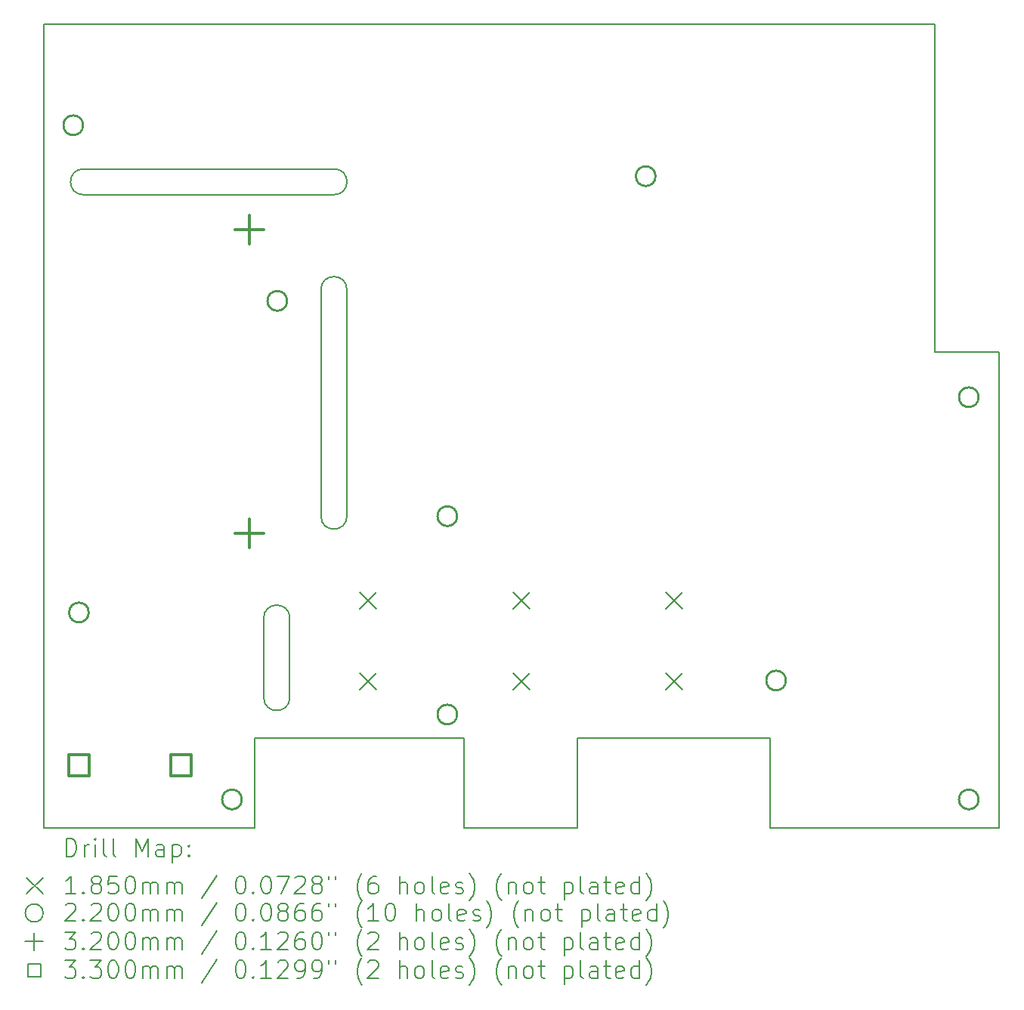
<source format=gbr>
%TF.GenerationSoftware,KiCad,Pcbnew,7.0.9*%
%TF.CreationDate,2023-12-25T16:07:33+01:00*%
%TF.ProjectId,wall-mounted-room-temperature-sensor-ethernet,77616c6c-2d6d-46f7-956e-7465642d726f,v1.0*%
%TF.SameCoordinates,Original*%
%TF.FileFunction,Drillmap*%
%TF.FilePolarity,Positive*%
%FSLAX45Y45*%
G04 Gerber Fmt 4.5, Leading zero omitted, Abs format (unit mm)*
G04 Created by KiCad (PCBNEW 7.0.9) date 2023-12-25 16:07:33*
%MOMM*%
%LPD*%
G01*
G04 APERTURE LIST*
%ADD10C,0.200000*%
%ADD11C,0.050000*%
%ADD12C,0.185000*%
%ADD13C,0.220000*%
%ADD14C,0.320000*%
%ADD15C,0.330000*%
G04 APERTURE END LIST*
D10*
X6159500Y-14872000D02*
X8509000Y-14872000D01*
X3800000Y-6872000D02*
X3800000Y-15875000D01*
X3800000Y-6872000D02*
X13779500Y-6872000D01*
X6902500Y-12382500D02*
X6902500Y-9842500D01*
X7192500Y-9842500D02*
X7192500Y-12382500D01*
X6261100Y-14414500D02*
G75*
G03*
X6553200Y-14414500I146050J0D01*
G01*
X6261100Y-14414500D02*
X6261100Y-13525500D01*
X6553200Y-13525500D02*
X6553200Y-14414500D01*
X6553200Y-13525500D02*
G75*
G03*
X6261100Y-13525500I-146050J0D01*
G01*
X9779000Y-15875000D02*
X8509000Y-15875000D01*
X9779000Y-15875000D02*
X9779000Y-14872000D01*
X9779000Y-14872000D02*
X11938000Y-14872000D01*
X14500000Y-15875000D02*
X14500000Y-14872000D01*
X14500000Y-15875000D02*
X11938000Y-15875000D01*
X11938000Y-15875000D02*
X11938000Y-14872000D01*
X6159500Y-15875000D02*
X6159500Y-14872000D01*
D11*
X6015500Y-15557500D02*
G75*
G03*
X6015500Y-15557500I-110000J0D01*
G01*
X8428500Y-12382500D02*
G75*
G03*
X8428500Y-12382500I-110000J0D01*
G01*
X4301000Y-13462000D02*
G75*
G03*
X4301000Y-13462000I-110000J0D01*
G01*
X6523500Y-9969500D02*
G75*
G03*
X6523500Y-9969500I-110000J0D01*
G01*
X10651000Y-8572500D02*
G75*
G03*
X10651000Y-8572500I-110000J0D01*
G01*
X4237500Y-8001000D02*
G75*
G03*
X4237500Y-8001000I-110000J0D01*
G01*
X14270500Y-15557500D02*
G75*
G03*
X14270500Y-15557500I-110000J0D01*
G01*
X14270500Y-11049000D02*
G75*
G03*
X14270500Y-11049000I-110000J0D01*
G01*
X8428500Y-14605000D02*
G75*
G03*
X8428500Y-14605000I-110000J0D01*
G01*
D10*
X14500000Y-10541000D02*
X14500000Y-14872000D01*
X7192500Y-9842500D02*
G75*
G03*
X6902500Y-9842500I-145000J0D01*
G01*
X4241800Y-8490000D02*
X7048500Y-8490000D01*
X13779500Y-10541000D02*
X13779500Y-6872000D01*
X3800000Y-15875000D02*
X6159500Y-15875000D01*
X7048500Y-8780000D02*
X4241800Y-8780000D01*
X4241800Y-8490000D02*
G75*
G03*
X4241800Y-8780000I0J-145000D01*
G01*
X6902500Y-12382500D02*
G75*
G03*
X7192500Y-12382500I145000J0D01*
G01*
X14500000Y-10541000D02*
X13779500Y-10541000D01*
X8509000Y-15875000D02*
X8509000Y-14872000D01*
X7048500Y-8780000D02*
G75*
G03*
X7048500Y-8490000I0J145000D01*
G01*
D12*
X7337000Y-13234500D02*
X7522000Y-13419500D01*
X7522000Y-13234500D02*
X7337000Y-13419500D01*
X7337000Y-14139500D02*
X7522000Y-14324500D01*
X7522000Y-14139500D02*
X7337000Y-14324500D01*
X9057500Y-13234500D02*
X9242500Y-13419500D01*
X9242500Y-13234500D02*
X9057500Y-13419500D01*
X9057500Y-14139500D02*
X9242500Y-14324500D01*
X9242500Y-14139500D02*
X9057500Y-14324500D01*
X10766000Y-13234500D02*
X10951000Y-13419500D01*
X10951000Y-13234500D02*
X10766000Y-13419500D01*
X10766000Y-14139500D02*
X10951000Y-14324500D01*
X10951000Y-14139500D02*
X10766000Y-14324500D01*
D13*
X4237500Y-8001000D02*
G75*
G03*
X4237500Y-8001000I-110000J0D01*
G01*
X4301000Y-13462000D02*
G75*
G03*
X4301000Y-13462000I-110000J0D01*
G01*
X6015500Y-15557500D02*
G75*
G03*
X6015500Y-15557500I-110000J0D01*
G01*
X6523500Y-9969500D02*
G75*
G03*
X6523500Y-9969500I-110000J0D01*
G01*
X8428500Y-12382500D02*
G75*
G03*
X8428500Y-12382500I-110000J0D01*
G01*
X8428500Y-14605000D02*
G75*
G03*
X8428500Y-14605000I-110000J0D01*
G01*
X10651000Y-8572500D02*
G75*
G03*
X10651000Y-8572500I-110000J0D01*
G01*
X12111500Y-14224000D02*
G75*
G03*
X12111500Y-14224000I-110000J0D01*
G01*
X14270500Y-11049000D02*
G75*
G03*
X14270500Y-11049000I-110000J0D01*
G01*
X14270500Y-15557500D02*
G75*
G03*
X14270500Y-15557500I-110000J0D01*
G01*
D14*
X6100000Y-9012000D02*
X6100000Y-9332000D01*
X5940000Y-9172000D02*
X6260000Y-9172000D01*
X6100000Y-12412000D02*
X6100000Y-12732000D01*
X5940000Y-12572000D02*
X6260000Y-12572000D01*
D15*
X4307574Y-15293174D02*
X4307574Y-15059826D01*
X4074226Y-15059826D01*
X4074226Y-15293174D01*
X4307574Y-15293174D01*
X5450774Y-15293174D02*
X5450774Y-15059826D01*
X5217426Y-15059826D01*
X5217426Y-15293174D01*
X5450774Y-15293174D01*
D10*
X4050777Y-16196484D02*
X4050777Y-15996484D01*
X4050777Y-15996484D02*
X4098396Y-15996484D01*
X4098396Y-15996484D02*
X4126967Y-16006008D01*
X4126967Y-16006008D02*
X4146015Y-16025055D01*
X4146015Y-16025055D02*
X4155539Y-16044103D01*
X4155539Y-16044103D02*
X4165062Y-16082198D01*
X4165062Y-16082198D02*
X4165062Y-16110769D01*
X4165062Y-16110769D02*
X4155539Y-16148865D01*
X4155539Y-16148865D02*
X4146015Y-16167912D01*
X4146015Y-16167912D02*
X4126967Y-16186960D01*
X4126967Y-16186960D02*
X4098396Y-16196484D01*
X4098396Y-16196484D02*
X4050777Y-16196484D01*
X4250777Y-16196484D02*
X4250777Y-16063150D01*
X4250777Y-16101246D02*
X4260301Y-16082198D01*
X4260301Y-16082198D02*
X4269824Y-16072674D01*
X4269824Y-16072674D02*
X4288872Y-16063150D01*
X4288872Y-16063150D02*
X4307920Y-16063150D01*
X4374586Y-16196484D02*
X4374586Y-16063150D01*
X4374586Y-15996484D02*
X4365063Y-16006008D01*
X4365063Y-16006008D02*
X4374586Y-16015531D01*
X4374586Y-16015531D02*
X4384110Y-16006008D01*
X4384110Y-16006008D02*
X4374586Y-15996484D01*
X4374586Y-15996484D02*
X4374586Y-16015531D01*
X4498396Y-16196484D02*
X4479348Y-16186960D01*
X4479348Y-16186960D02*
X4469824Y-16167912D01*
X4469824Y-16167912D02*
X4469824Y-15996484D01*
X4603158Y-16196484D02*
X4584110Y-16186960D01*
X4584110Y-16186960D02*
X4574586Y-16167912D01*
X4574586Y-16167912D02*
X4574586Y-15996484D01*
X4831729Y-16196484D02*
X4831729Y-15996484D01*
X4831729Y-15996484D02*
X4898396Y-16139341D01*
X4898396Y-16139341D02*
X4965063Y-15996484D01*
X4965063Y-15996484D02*
X4965063Y-16196484D01*
X5146015Y-16196484D02*
X5146015Y-16091722D01*
X5146015Y-16091722D02*
X5136491Y-16072674D01*
X5136491Y-16072674D02*
X5117444Y-16063150D01*
X5117444Y-16063150D02*
X5079348Y-16063150D01*
X5079348Y-16063150D02*
X5060301Y-16072674D01*
X5146015Y-16186960D02*
X5126967Y-16196484D01*
X5126967Y-16196484D02*
X5079348Y-16196484D01*
X5079348Y-16196484D02*
X5060301Y-16186960D01*
X5060301Y-16186960D02*
X5050777Y-16167912D01*
X5050777Y-16167912D02*
X5050777Y-16148865D01*
X5050777Y-16148865D02*
X5060301Y-16129817D01*
X5060301Y-16129817D02*
X5079348Y-16120293D01*
X5079348Y-16120293D02*
X5126967Y-16120293D01*
X5126967Y-16120293D02*
X5146015Y-16110769D01*
X5241253Y-16063150D02*
X5241253Y-16263150D01*
X5241253Y-16072674D02*
X5260301Y-16063150D01*
X5260301Y-16063150D02*
X5298396Y-16063150D01*
X5298396Y-16063150D02*
X5317444Y-16072674D01*
X5317444Y-16072674D02*
X5326967Y-16082198D01*
X5326967Y-16082198D02*
X5336491Y-16101246D01*
X5336491Y-16101246D02*
X5336491Y-16158388D01*
X5336491Y-16158388D02*
X5326967Y-16177436D01*
X5326967Y-16177436D02*
X5317444Y-16186960D01*
X5317444Y-16186960D02*
X5298396Y-16196484D01*
X5298396Y-16196484D02*
X5260301Y-16196484D01*
X5260301Y-16196484D02*
X5241253Y-16186960D01*
X5422205Y-16177436D02*
X5431729Y-16186960D01*
X5431729Y-16186960D02*
X5422205Y-16196484D01*
X5422205Y-16196484D02*
X5412682Y-16186960D01*
X5412682Y-16186960D02*
X5422205Y-16177436D01*
X5422205Y-16177436D02*
X5422205Y-16196484D01*
X5422205Y-16072674D02*
X5431729Y-16082198D01*
X5431729Y-16082198D02*
X5422205Y-16091722D01*
X5422205Y-16091722D02*
X5412682Y-16082198D01*
X5412682Y-16082198D02*
X5422205Y-16072674D01*
X5422205Y-16072674D02*
X5422205Y-16091722D01*
D12*
X3605000Y-16432500D02*
X3790000Y-16617500D01*
X3790000Y-16432500D02*
X3605000Y-16617500D01*
D10*
X4155539Y-16616484D02*
X4041253Y-16616484D01*
X4098396Y-16616484D02*
X4098396Y-16416484D01*
X4098396Y-16416484D02*
X4079348Y-16445055D01*
X4079348Y-16445055D02*
X4060301Y-16464103D01*
X4060301Y-16464103D02*
X4041253Y-16473627D01*
X4241253Y-16597436D02*
X4250777Y-16606960D01*
X4250777Y-16606960D02*
X4241253Y-16616484D01*
X4241253Y-16616484D02*
X4231729Y-16606960D01*
X4231729Y-16606960D02*
X4241253Y-16597436D01*
X4241253Y-16597436D02*
X4241253Y-16616484D01*
X4365063Y-16502198D02*
X4346015Y-16492674D01*
X4346015Y-16492674D02*
X4336491Y-16483150D01*
X4336491Y-16483150D02*
X4326967Y-16464103D01*
X4326967Y-16464103D02*
X4326967Y-16454579D01*
X4326967Y-16454579D02*
X4336491Y-16435531D01*
X4336491Y-16435531D02*
X4346015Y-16426008D01*
X4346015Y-16426008D02*
X4365063Y-16416484D01*
X4365063Y-16416484D02*
X4403158Y-16416484D01*
X4403158Y-16416484D02*
X4422205Y-16426008D01*
X4422205Y-16426008D02*
X4431729Y-16435531D01*
X4431729Y-16435531D02*
X4441253Y-16454579D01*
X4441253Y-16454579D02*
X4441253Y-16464103D01*
X4441253Y-16464103D02*
X4431729Y-16483150D01*
X4431729Y-16483150D02*
X4422205Y-16492674D01*
X4422205Y-16492674D02*
X4403158Y-16502198D01*
X4403158Y-16502198D02*
X4365063Y-16502198D01*
X4365063Y-16502198D02*
X4346015Y-16511722D01*
X4346015Y-16511722D02*
X4336491Y-16521246D01*
X4336491Y-16521246D02*
X4326967Y-16540293D01*
X4326967Y-16540293D02*
X4326967Y-16578388D01*
X4326967Y-16578388D02*
X4336491Y-16597436D01*
X4336491Y-16597436D02*
X4346015Y-16606960D01*
X4346015Y-16606960D02*
X4365063Y-16616484D01*
X4365063Y-16616484D02*
X4403158Y-16616484D01*
X4403158Y-16616484D02*
X4422205Y-16606960D01*
X4422205Y-16606960D02*
X4431729Y-16597436D01*
X4431729Y-16597436D02*
X4441253Y-16578388D01*
X4441253Y-16578388D02*
X4441253Y-16540293D01*
X4441253Y-16540293D02*
X4431729Y-16521246D01*
X4431729Y-16521246D02*
X4422205Y-16511722D01*
X4422205Y-16511722D02*
X4403158Y-16502198D01*
X4622205Y-16416484D02*
X4526967Y-16416484D01*
X4526967Y-16416484D02*
X4517444Y-16511722D01*
X4517444Y-16511722D02*
X4526967Y-16502198D01*
X4526967Y-16502198D02*
X4546015Y-16492674D01*
X4546015Y-16492674D02*
X4593634Y-16492674D01*
X4593634Y-16492674D02*
X4612682Y-16502198D01*
X4612682Y-16502198D02*
X4622205Y-16511722D01*
X4622205Y-16511722D02*
X4631729Y-16530769D01*
X4631729Y-16530769D02*
X4631729Y-16578388D01*
X4631729Y-16578388D02*
X4622205Y-16597436D01*
X4622205Y-16597436D02*
X4612682Y-16606960D01*
X4612682Y-16606960D02*
X4593634Y-16616484D01*
X4593634Y-16616484D02*
X4546015Y-16616484D01*
X4546015Y-16616484D02*
X4526967Y-16606960D01*
X4526967Y-16606960D02*
X4517444Y-16597436D01*
X4755539Y-16416484D02*
X4774586Y-16416484D01*
X4774586Y-16416484D02*
X4793634Y-16426008D01*
X4793634Y-16426008D02*
X4803158Y-16435531D01*
X4803158Y-16435531D02*
X4812682Y-16454579D01*
X4812682Y-16454579D02*
X4822205Y-16492674D01*
X4822205Y-16492674D02*
X4822205Y-16540293D01*
X4822205Y-16540293D02*
X4812682Y-16578388D01*
X4812682Y-16578388D02*
X4803158Y-16597436D01*
X4803158Y-16597436D02*
X4793634Y-16606960D01*
X4793634Y-16606960D02*
X4774586Y-16616484D01*
X4774586Y-16616484D02*
X4755539Y-16616484D01*
X4755539Y-16616484D02*
X4736491Y-16606960D01*
X4736491Y-16606960D02*
X4726967Y-16597436D01*
X4726967Y-16597436D02*
X4717444Y-16578388D01*
X4717444Y-16578388D02*
X4707920Y-16540293D01*
X4707920Y-16540293D02*
X4707920Y-16492674D01*
X4707920Y-16492674D02*
X4717444Y-16454579D01*
X4717444Y-16454579D02*
X4726967Y-16435531D01*
X4726967Y-16435531D02*
X4736491Y-16426008D01*
X4736491Y-16426008D02*
X4755539Y-16416484D01*
X4907920Y-16616484D02*
X4907920Y-16483150D01*
X4907920Y-16502198D02*
X4917444Y-16492674D01*
X4917444Y-16492674D02*
X4936491Y-16483150D01*
X4936491Y-16483150D02*
X4965063Y-16483150D01*
X4965063Y-16483150D02*
X4984110Y-16492674D01*
X4984110Y-16492674D02*
X4993634Y-16511722D01*
X4993634Y-16511722D02*
X4993634Y-16616484D01*
X4993634Y-16511722D02*
X5003158Y-16492674D01*
X5003158Y-16492674D02*
X5022205Y-16483150D01*
X5022205Y-16483150D02*
X5050777Y-16483150D01*
X5050777Y-16483150D02*
X5069825Y-16492674D01*
X5069825Y-16492674D02*
X5079348Y-16511722D01*
X5079348Y-16511722D02*
X5079348Y-16616484D01*
X5174586Y-16616484D02*
X5174586Y-16483150D01*
X5174586Y-16502198D02*
X5184110Y-16492674D01*
X5184110Y-16492674D02*
X5203158Y-16483150D01*
X5203158Y-16483150D02*
X5231729Y-16483150D01*
X5231729Y-16483150D02*
X5250777Y-16492674D01*
X5250777Y-16492674D02*
X5260301Y-16511722D01*
X5260301Y-16511722D02*
X5260301Y-16616484D01*
X5260301Y-16511722D02*
X5269825Y-16492674D01*
X5269825Y-16492674D02*
X5288872Y-16483150D01*
X5288872Y-16483150D02*
X5317444Y-16483150D01*
X5317444Y-16483150D02*
X5336491Y-16492674D01*
X5336491Y-16492674D02*
X5346015Y-16511722D01*
X5346015Y-16511722D02*
X5346015Y-16616484D01*
X5736491Y-16406960D02*
X5565063Y-16664103D01*
X5993634Y-16416484D02*
X6012682Y-16416484D01*
X6012682Y-16416484D02*
X6031729Y-16426008D01*
X6031729Y-16426008D02*
X6041253Y-16435531D01*
X6041253Y-16435531D02*
X6050777Y-16454579D01*
X6050777Y-16454579D02*
X6060301Y-16492674D01*
X6060301Y-16492674D02*
X6060301Y-16540293D01*
X6060301Y-16540293D02*
X6050777Y-16578388D01*
X6050777Y-16578388D02*
X6041253Y-16597436D01*
X6041253Y-16597436D02*
X6031729Y-16606960D01*
X6031729Y-16606960D02*
X6012682Y-16616484D01*
X6012682Y-16616484D02*
X5993634Y-16616484D01*
X5993634Y-16616484D02*
X5974586Y-16606960D01*
X5974586Y-16606960D02*
X5965063Y-16597436D01*
X5965063Y-16597436D02*
X5955539Y-16578388D01*
X5955539Y-16578388D02*
X5946015Y-16540293D01*
X5946015Y-16540293D02*
X5946015Y-16492674D01*
X5946015Y-16492674D02*
X5955539Y-16454579D01*
X5955539Y-16454579D02*
X5965063Y-16435531D01*
X5965063Y-16435531D02*
X5974586Y-16426008D01*
X5974586Y-16426008D02*
X5993634Y-16416484D01*
X6146015Y-16597436D02*
X6155539Y-16606960D01*
X6155539Y-16606960D02*
X6146015Y-16616484D01*
X6146015Y-16616484D02*
X6136491Y-16606960D01*
X6136491Y-16606960D02*
X6146015Y-16597436D01*
X6146015Y-16597436D02*
X6146015Y-16616484D01*
X6279348Y-16416484D02*
X6298396Y-16416484D01*
X6298396Y-16416484D02*
X6317444Y-16426008D01*
X6317444Y-16426008D02*
X6326967Y-16435531D01*
X6326967Y-16435531D02*
X6336491Y-16454579D01*
X6336491Y-16454579D02*
X6346015Y-16492674D01*
X6346015Y-16492674D02*
X6346015Y-16540293D01*
X6346015Y-16540293D02*
X6336491Y-16578388D01*
X6336491Y-16578388D02*
X6326967Y-16597436D01*
X6326967Y-16597436D02*
X6317444Y-16606960D01*
X6317444Y-16606960D02*
X6298396Y-16616484D01*
X6298396Y-16616484D02*
X6279348Y-16616484D01*
X6279348Y-16616484D02*
X6260301Y-16606960D01*
X6260301Y-16606960D02*
X6250777Y-16597436D01*
X6250777Y-16597436D02*
X6241253Y-16578388D01*
X6241253Y-16578388D02*
X6231729Y-16540293D01*
X6231729Y-16540293D02*
X6231729Y-16492674D01*
X6231729Y-16492674D02*
X6241253Y-16454579D01*
X6241253Y-16454579D02*
X6250777Y-16435531D01*
X6250777Y-16435531D02*
X6260301Y-16426008D01*
X6260301Y-16426008D02*
X6279348Y-16416484D01*
X6412682Y-16416484D02*
X6546015Y-16416484D01*
X6546015Y-16416484D02*
X6460301Y-16616484D01*
X6612682Y-16435531D02*
X6622206Y-16426008D01*
X6622206Y-16426008D02*
X6641253Y-16416484D01*
X6641253Y-16416484D02*
X6688872Y-16416484D01*
X6688872Y-16416484D02*
X6707920Y-16426008D01*
X6707920Y-16426008D02*
X6717444Y-16435531D01*
X6717444Y-16435531D02*
X6726967Y-16454579D01*
X6726967Y-16454579D02*
X6726967Y-16473627D01*
X6726967Y-16473627D02*
X6717444Y-16502198D01*
X6717444Y-16502198D02*
X6603158Y-16616484D01*
X6603158Y-16616484D02*
X6726967Y-16616484D01*
X6841253Y-16502198D02*
X6822206Y-16492674D01*
X6822206Y-16492674D02*
X6812682Y-16483150D01*
X6812682Y-16483150D02*
X6803158Y-16464103D01*
X6803158Y-16464103D02*
X6803158Y-16454579D01*
X6803158Y-16454579D02*
X6812682Y-16435531D01*
X6812682Y-16435531D02*
X6822206Y-16426008D01*
X6822206Y-16426008D02*
X6841253Y-16416484D01*
X6841253Y-16416484D02*
X6879348Y-16416484D01*
X6879348Y-16416484D02*
X6898396Y-16426008D01*
X6898396Y-16426008D02*
X6907920Y-16435531D01*
X6907920Y-16435531D02*
X6917444Y-16454579D01*
X6917444Y-16454579D02*
X6917444Y-16464103D01*
X6917444Y-16464103D02*
X6907920Y-16483150D01*
X6907920Y-16483150D02*
X6898396Y-16492674D01*
X6898396Y-16492674D02*
X6879348Y-16502198D01*
X6879348Y-16502198D02*
X6841253Y-16502198D01*
X6841253Y-16502198D02*
X6822206Y-16511722D01*
X6822206Y-16511722D02*
X6812682Y-16521246D01*
X6812682Y-16521246D02*
X6803158Y-16540293D01*
X6803158Y-16540293D02*
X6803158Y-16578388D01*
X6803158Y-16578388D02*
X6812682Y-16597436D01*
X6812682Y-16597436D02*
X6822206Y-16606960D01*
X6822206Y-16606960D02*
X6841253Y-16616484D01*
X6841253Y-16616484D02*
X6879348Y-16616484D01*
X6879348Y-16616484D02*
X6898396Y-16606960D01*
X6898396Y-16606960D02*
X6907920Y-16597436D01*
X6907920Y-16597436D02*
X6917444Y-16578388D01*
X6917444Y-16578388D02*
X6917444Y-16540293D01*
X6917444Y-16540293D02*
X6907920Y-16521246D01*
X6907920Y-16521246D02*
X6898396Y-16511722D01*
X6898396Y-16511722D02*
X6879348Y-16502198D01*
X6993634Y-16416484D02*
X6993634Y-16454579D01*
X7069825Y-16416484D02*
X7069825Y-16454579D01*
X7365063Y-16692674D02*
X7355539Y-16683150D01*
X7355539Y-16683150D02*
X7336491Y-16654579D01*
X7336491Y-16654579D02*
X7326968Y-16635531D01*
X7326968Y-16635531D02*
X7317444Y-16606960D01*
X7317444Y-16606960D02*
X7307920Y-16559341D01*
X7307920Y-16559341D02*
X7307920Y-16521246D01*
X7307920Y-16521246D02*
X7317444Y-16473627D01*
X7317444Y-16473627D02*
X7326968Y-16445055D01*
X7326968Y-16445055D02*
X7336491Y-16426008D01*
X7336491Y-16426008D02*
X7355539Y-16397436D01*
X7355539Y-16397436D02*
X7365063Y-16387912D01*
X7526968Y-16416484D02*
X7488872Y-16416484D01*
X7488872Y-16416484D02*
X7469825Y-16426008D01*
X7469825Y-16426008D02*
X7460301Y-16435531D01*
X7460301Y-16435531D02*
X7441253Y-16464103D01*
X7441253Y-16464103D02*
X7431729Y-16502198D01*
X7431729Y-16502198D02*
X7431729Y-16578388D01*
X7431729Y-16578388D02*
X7441253Y-16597436D01*
X7441253Y-16597436D02*
X7450777Y-16606960D01*
X7450777Y-16606960D02*
X7469825Y-16616484D01*
X7469825Y-16616484D02*
X7507920Y-16616484D01*
X7507920Y-16616484D02*
X7526968Y-16606960D01*
X7526968Y-16606960D02*
X7536491Y-16597436D01*
X7536491Y-16597436D02*
X7546015Y-16578388D01*
X7546015Y-16578388D02*
X7546015Y-16530769D01*
X7546015Y-16530769D02*
X7536491Y-16511722D01*
X7536491Y-16511722D02*
X7526968Y-16502198D01*
X7526968Y-16502198D02*
X7507920Y-16492674D01*
X7507920Y-16492674D02*
X7469825Y-16492674D01*
X7469825Y-16492674D02*
X7450777Y-16502198D01*
X7450777Y-16502198D02*
X7441253Y-16511722D01*
X7441253Y-16511722D02*
X7431729Y-16530769D01*
X7784110Y-16616484D02*
X7784110Y-16416484D01*
X7869825Y-16616484D02*
X7869825Y-16511722D01*
X7869825Y-16511722D02*
X7860301Y-16492674D01*
X7860301Y-16492674D02*
X7841253Y-16483150D01*
X7841253Y-16483150D02*
X7812682Y-16483150D01*
X7812682Y-16483150D02*
X7793634Y-16492674D01*
X7793634Y-16492674D02*
X7784110Y-16502198D01*
X7993634Y-16616484D02*
X7974587Y-16606960D01*
X7974587Y-16606960D02*
X7965063Y-16597436D01*
X7965063Y-16597436D02*
X7955539Y-16578388D01*
X7955539Y-16578388D02*
X7955539Y-16521246D01*
X7955539Y-16521246D02*
X7965063Y-16502198D01*
X7965063Y-16502198D02*
X7974587Y-16492674D01*
X7974587Y-16492674D02*
X7993634Y-16483150D01*
X7993634Y-16483150D02*
X8022206Y-16483150D01*
X8022206Y-16483150D02*
X8041253Y-16492674D01*
X8041253Y-16492674D02*
X8050777Y-16502198D01*
X8050777Y-16502198D02*
X8060301Y-16521246D01*
X8060301Y-16521246D02*
X8060301Y-16578388D01*
X8060301Y-16578388D02*
X8050777Y-16597436D01*
X8050777Y-16597436D02*
X8041253Y-16606960D01*
X8041253Y-16606960D02*
X8022206Y-16616484D01*
X8022206Y-16616484D02*
X7993634Y-16616484D01*
X8174587Y-16616484D02*
X8155539Y-16606960D01*
X8155539Y-16606960D02*
X8146015Y-16587912D01*
X8146015Y-16587912D02*
X8146015Y-16416484D01*
X8326968Y-16606960D02*
X8307920Y-16616484D01*
X8307920Y-16616484D02*
X8269825Y-16616484D01*
X8269825Y-16616484D02*
X8250777Y-16606960D01*
X8250777Y-16606960D02*
X8241253Y-16587912D01*
X8241253Y-16587912D02*
X8241253Y-16511722D01*
X8241253Y-16511722D02*
X8250777Y-16492674D01*
X8250777Y-16492674D02*
X8269825Y-16483150D01*
X8269825Y-16483150D02*
X8307920Y-16483150D01*
X8307920Y-16483150D02*
X8326968Y-16492674D01*
X8326968Y-16492674D02*
X8336491Y-16511722D01*
X8336491Y-16511722D02*
X8336491Y-16530769D01*
X8336491Y-16530769D02*
X8241253Y-16549817D01*
X8412682Y-16606960D02*
X8431730Y-16616484D01*
X8431730Y-16616484D02*
X8469825Y-16616484D01*
X8469825Y-16616484D02*
X8488873Y-16606960D01*
X8488873Y-16606960D02*
X8498396Y-16587912D01*
X8498396Y-16587912D02*
X8498396Y-16578388D01*
X8498396Y-16578388D02*
X8488873Y-16559341D01*
X8488873Y-16559341D02*
X8469825Y-16549817D01*
X8469825Y-16549817D02*
X8441253Y-16549817D01*
X8441253Y-16549817D02*
X8422206Y-16540293D01*
X8422206Y-16540293D02*
X8412682Y-16521246D01*
X8412682Y-16521246D02*
X8412682Y-16511722D01*
X8412682Y-16511722D02*
X8422206Y-16492674D01*
X8422206Y-16492674D02*
X8441253Y-16483150D01*
X8441253Y-16483150D02*
X8469825Y-16483150D01*
X8469825Y-16483150D02*
X8488873Y-16492674D01*
X8565063Y-16692674D02*
X8574587Y-16683150D01*
X8574587Y-16683150D02*
X8593634Y-16654579D01*
X8593634Y-16654579D02*
X8603158Y-16635531D01*
X8603158Y-16635531D02*
X8612682Y-16606960D01*
X8612682Y-16606960D02*
X8622206Y-16559341D01*
X8622206Y-16559341D02*
X8622206Y-16521246D01*
X8622206Y-16521246D02*
X8612682Y-16473627D01*
X8612682Y-16473627D02*
X8603158Y-16445055D01*
X8603158Y-16445055D02*
X8593634Y-16426008D01*
X8593634Y-16426008D02*
X8574587Y-16397436D01*
X8574587Y-16397436D02*
X8565063Y-16387912D01*
X8926968Y-16692674D02*
X8917444Y-16683150D01*
X8917444Y-16683150D02*
X8898396Y-16654579D01*
X8898396Y-16654579D02*
X8888873Y-16635531D01*
X8888873Y-16635531D02*
X8879349Y-16606960D01*
X8879349Y-16606960D02*
X8869825Y-16559341D01*
X8869825Y-16559341D02*
X8869825Y-16521246D01*
X8869825Y-16521246D02*
X8879349Y-16473627D01*
X8879349Y-16473627D02*
X8888873Y-16445055D01*
X8888873Y-16445055D02*
X8898396Y-16426008D01*
X8898396Y-16426008D02*
X8917444Y-16397436D01*
X8917444Y-16397436D02*
X8926968Y-16387912D01*
X9003158Y-16483150D02*
X9003158Y-16616484D01*
X9003158Y-16502198D02*
X9012682Y-16492674D01*
X9012682Y-16492674D02*
X9031730Y-16483150D01*
X9031730Y-16483150D02*
X9060301Y-16483150D01*
X9060301Y-16483150D02*
X9079349Y-16492674D01*
X9079349Y-16492674D02*
X9088873Y-16511722D01*
X9088873Y-16511722D02*
X9088873Y-16616484D01*
X9212682Y-16616484D02*
X9193634Y-16606960D01*
X9193634Y-16606960D02*
X9184111Y-16597436D01*
X9184111Y-16597436D02*
X9174587Y-16578388D01*
X9174587Y-16578388D02*
X9174587Y-16521246D01*
X9174587Y-16521246D02*
X9184111Y-16502198D01*
X9184111Y-16502198D02*
X9193634Y-16492674D01*
X9193634Y-16492674D02*
X9212682Y-16483150D01*
X9212682Y-16483150D02*
X9241254Y-16483150D01*
X9241254Y-16483150D02*
X9260301Y-16492674D01*
X9260301Y-16492674D02*
X9269825Y-16502198D01*
X9269825Y-16502198D02*
X9279349Y-16521246D01*
X9279349Y-16521246D02*
X9279349Y-16578388D01*
X9279349Y-16578388D02*
X9269825Y-16597436D01*
X9269825Y-16597436D02*
X9260301Y-16606960D01*
X9260301Y-16606960D02*
X9241254Y-16616484D01*
X9241254Y-16616484D02*
X9212682Y-16616484D01*
X9336492Y-16483150D02*
X9412682Y-16483150D01*
X9365063Y-16416484D02*
X9365063Y-16587912D01*
X9365063Y-16587912D02*
X9374587Y-16606960D01*
X9374587Y-16606960D02*
X9393634Y-16616484D01*
X9393634Y-16616484D02*
X9412682Y-16616484D01*
X9631730Y-16483150D02*
X9631730Y-16683150D01*
X9631730Y-16492674D02*
X9650777Y-16483150D01*
X9650777Y-16483150D02*
X9688873Y-16483150D01*
X9688873Y-16483150D02*
X9707920Y-16492674D01*
X9707920Y-16492674D02*
X9717444Y-16502198D01*
X9717444Y-16502198D02*
X9726968Y-16521246D01*
X9726968Y-16521246D02*
X9726968Y-16578388D01*
X9726968Y-16578388D02*
X9717444Y-16597436D01*
X9717444Y-16597436D02*
X9707920Y-16606960D01*
X9707920Y-16606960D02*
X9688873Y-16616484D01*
X9688873Y-16616484D02*
X9650777Y-16616484D01*
X9650777Y-16616484D02*
X9631730Y-16606960D01*
X9841254Y-16616484D02*
X9822206Y-16606960D01*
X9822206Y-16606960D02*
X9812682Y-16587912D01*
X9812682Y-16587912D02*
X9812682Y-16416484D01*
X10003158Y-16616484D02*
X10003158Y-16511722D01*
X10003158Y-16511722D02*
X9993635Y-16492674D01*
X9993635Y-16492674D02*
X9974587Y-16483150D01*
X9974587Y-16483150D02*
X9936492Y-16483150D01*
X9936492Y-16483150D02*
X9917444Y-16492674D01*
X10003158Y-16606960D02*
X9984111Y-16616484D01*
X9984111Y-16616484D02*
X9936492Y-16616484D01*
X9936492Y-16616484D02*
X9917444Y-16606960D01*
X9917444Y-16606960D02*
X9907920Y-16587912D01*
X9907920Y-16587912D02*
X9907920Y-16568865D01*
X9907920Y-16568865D02*
X9917444Y-16549817D01*
X9917444Y-16549817D02*
X9936492Y-16540293D01*
X9936492Y-16540293D02*
X9984111Y-16540293D01*
X9984111Y-16540293D02*
X10003158Y-16530769D01*
X10069825Y-16483150D02*
X10146015Y-16483150D01*
X10098396Y-16416484D02*
X10098396Y-16587912D01*
X10098396Y-16587912D02*
X10107920Y-16606960D01*
X10107920Y-16606960D02*
X10126968Y-16616484D01*
X10126968Y-16616484D02*
X10146015Y-16616484D01*
X10288873Y-16606960D02*
X10269825Y-16616484D01*
X10269825Y-16616484D02*
X10231730Y-16616484D01*
X10231730Y-16616484D02*
X10212682Y-16606960D01*
X10212682Y-16606960D02*
X10203158Y-16587912D01*
X10203158Y-16587912D02*
X10203158Y-16511722D01*
X10203158Y-16511722D02*
X10212682Y-16492674D01*
X10212682Y-16492674D02*
X10231730Y-16483150D01*
X10231730Y-16483150D02*
X10269825Y-16483150D01*
X10269825Y-16483150D02*
X10288873Y-16492674D01*
X10288873Y-16492674D02*
X10298396Y-16511722D01*
X10298396Y-16511722D02*
X10298396Y-16530769D01*
X10298396Y-16530769D02*
X10203158Y-16549817D01*
X10469825Y-16616484D02*
X10469825Y-16416484D01*
X10469825Y-16606960D02*
X10450777Y-16616484D01*
X10450777Y-16616484D02*
X10412682Y-16616484D01*
X10412682Y-16616484D02*
X10393635Y-16606960D01*
X10393635Y-16606960D02*
X10384111Y-16597436D01*
X10384111Y-16597436D02*
X10374587Y-16578388D01*
X10374587Y-16578388D02*
X10374587Y-16521246D01*
X10374587Y-16521246D02*
X10384111Y-16502198D01*
X10384111Y-16502198D02*
X10393635Y-16492674D01*
X10393635Y-16492674D02*
X10412682Y-16483150D01*
X10412682Y-16483150D02*
X10450777Y-16483150D01*
X10450777Y-16483150D02*
X10469825Y-16492674D01*
X10546016Y-16692674D02*
X10555539Y-16683150D01*
X10555539Y-16683150D02*
X10574587Y-16654579D01*
X10574587Y-16654579D02*
X10584111Y-16635531D01*
X10584111Y-16635531D02*
X10593635Y-16606960D01*
X10593635Y-16606960D02*
X10603158Y-16559341D01*
X10603158Y-16559341D02*
X10603158Y-16521246D01*
X10603158Y-16521246D02*
X10593635Y-16473627D01*
X10593635Y-16473627D02*
X10584111Y-16445055D01*
X10584111Y-16445055D02*
X10574587Y-16426008D01*
X10574587Y-16426008D02*
X10555539Y-16397436D01*
X10555539Y-16397436D02*
X10546016Y-16387912D01*
X3790000Y-16830000D02*
G75*
G03*
X3790000Y-16830000I-100000J0D01*
G01*
X4041253Y-16740531D02*
X4050777Y-16731008D01*
X4050777Y-16731008D02*
X4069824Y-16721484D01*
X4069824Y-16721484D02*
X4117443Y-16721484D01*
X4117443Y-16721484D02*
X4136491Y-16731008D01*
X4136491Y-16731008D02*
X4146015Y-16740531D01*
X4146015Y-16740531D02*
X4155539Y-16759579D01*
X4155539Y-16759579D02*
X4155539Y-16778627D01*
X4155539Y-16778627D02*
X4146015Y-16807198D01*
X4146015Y-16807198D02*
X4031729Y-16921484D01*
X4031729Y-16921484D02*
X4155539Y-16921484D01*
X4241253Y-16902436D02*
X4250777Y-16911960D01*
X4250777Y-16911960D02*
X4241253Y-16921484D01*
X4241253Y-16921484D02*
X4231729Y-16911960D01*
X4231729Y-16911960D02*
X4241253Y-16902436D01*
X4241253Y-16902436D02*
X4241253Y-16921484D01*
X4326967Y-16740531D02*
X4336491Y-16731008D01*
X4336491Y-16731008D02*
X4355539Y-16721484D01*
X4355539Y-16721484D02*
X4403158Y-16721484D01*
X4403158Y-16721484D02*
X4422205Y-16731008D01*
X4422205Y-16731008D02*
X4431729Y-16740531D01*
X4431729Y-16740531D02*
X4441253Y-16759579D01*
X4441253Y-16759579D02*
X4441253Y-16778627D01*
X4441253Y-16778627D02*
X4431729Y-16807198D01*
X4431729Y-16807198D02*
X4317444Y-16921484D01*
X4317444Y-16921484D02*
X4441253Y-16921484D01*
X4565063Y-16721484D02*
X4584110Y-16721484D01*
X4584110Y-16721484D02*
X4603158Y-16731008D01*
X4603158Y-16731008D02*
X4612682Y-16740531D01*
X4612682Y-16740531D02*
X4622205Y-16759579D01*
X4622205Y-16759579D02*
X4631729Y-16797674D01*
X4631729Y-16797674D02*
X4631729Y-16845293D01*
X4631729Y-16845293D02*
X4622205Y-16883389D01*
X4622205Y-16883389D02*
X4612682Y-16902436D01*
X4612682Y-16902436D02*
X4603158Y-16911960D01*
X4603158Y-16911960D02*
X4584110Y-16921484D01*
X4584110Y-16921484D02*
X4565063Y-16921484D01*
X4565063Y-16921484D02*
X4546015Y-16911960D01*
X4546015Y-16911960D02*
X4536491Y-16902436D01*
X4536491Y-16902436D02*
X4526967Y-16883389D01*
X4526967Y-16883389D02*
X4517444Y-16845293D01*
X4517444Y-16845293D02*
X4517444Y-16797674D01*
X4517444Y-16797674D02*
X4526967Y-16759579D01*
X4526967Y-16759579D02*
X4536491Y-16740531D01*
X4536491Y-16740531D02*
X4546015Y-16731008D01*
X4546015Y-16731008D02*
X4565063Y-16721484D01*
X4755539Y-16721484D02*
X4774586Y-16721484D01*
X4774586Y-16721484D02*
X4793634Y-16731008D01*
X4793634Y-16731008D02*
X4803158Y-16740531D01*
X4803158Y-16740531D02*
X4812682Y-16759579D01*
X4812682Y-16759579D02*
X4822205Y-16797674D01*
X4822205Y-16797674D02*
X4822205Y-16845293D01*
X4822205Y-16845293D02*
X4812682Y-16883389D01*
X4812682Y-16883389D02*
X4803158Y-16902436D01*
X4803158Y-16902436D02*
X4793634Y-16911960D01*
X4793634Y-16911960D02*
X4774586Y-16921484D01*
X4774586Y-16921484D02*
X4755539Y-16921484D01*
X4755539Y-16921484D02*
X4736491Y-16911960D01*
X4736491Y-16911960D02*
X4726967Y-16902436D01*
X4726967Y-16902436D02*
X4717444Y-16883389D01*
X4717444Y-16883389D02*
X4707920Y-16845293D01*
X4707920Y-16845293D02*
X4707920Y-16797674D01*
X4707920Y-16797674D02*
X4717444Y-16759579D01*
X4717444Y-16759579D02*
X4726967Y-16740531D01*
X4726967Y-16740531D02*
X4736491Y-16731008D01*
X4736491Y-16731008D02*
X4755539Y-16721484D01*
X4907920Y-16921484D02*
X4907920Y-16788150D01*
X4907920Y-16807198D02*
X4917444Y-16797674D01*
X4917444Y-16797674D02*
X4936491Y-16788150D01*
X4936491Y-16788150D02*
X4965063Y-16788150D01*
X4965063Y-16788150D02*
X4984110Y-16797674D01*
X4984110Y-16797674D02*
X4993634Y-16816722D01*
X4993634Y-16816722D02*
X4993634Y-16921484D01*
X4993634Y-16816722D02*
X5003158Y-16797674D01*
X5003158Y-16797674D02*
X5022205Y-16788150D01*
X5022205Y-16788150D02*
X5050777Y-16788150D01*
X5050777Y-16788150D02*
X5069825Y-16797674D01*
X5069825Y-16797674D02*
X5079348Y-16816722D01*
X5079348Y-16816722D02*
X5079348Y-16921484D01*
X5174586Y-16921484D02*
X5174586Y-16788150D01*
X5174586Y-16807198D02*
X5184110Y-16797674D01*
X5184110Y-16797674D02*
X5203158Y-16788150D01*
X5203158Y-16788150D02*
X5231729Y-16788150D01*
X5231729Y-16788150D02*
X5250777Y-16797674D01*
X5250777Y-16797674D02*
X5260301Y-16816722D01*
X5260301Y-16816722D02*
X5260301Y-16921484D01*
X5260301Y-16816722D02*
X5269825Y-16797674D01*
X5269825Y-16797674D02*
X5288872Y-16788150D01*
X5288872Y-16788150D02*
X5317444Y-16788150D01*
X5317444Y-16788150D02*
X5336491Y-16797674D01*
X5336491Y-16797674D02*
X5346015Y-16816722D01*
X5346015Y-16816722D02*
X5346015Y-16921484D01*
X5736491Y-16711960D02*
X5565063Y-16969103D01*
X5993634Y-16721484D02*
X6012682Y-16721484D01*
X6012682Y-16721484D02*
X6031729Y-16731008D01*
X6031729Y-16731008D02*
X6041253Y-16740531D01*
X6041253Y-16740531D02*
X6050777Y-16759579D01*
X6050777Y-16759579D02*
X6060301Y-16797674D01*
X6060301Y-16797674D02*
X6060301Y-16845293D01*
X6060301Y-16845293D02*
X6050777Y-16883389D01*
X6050777Y-16883389D02*
X6041253Y-16902436D01*
X6041253Y-16902436D02*
X6031729Y-16911960D01*
X6031729Y-16911960D02*
X6012682Y-16921484D01*
X6012682Y-16921484D02*
X5993634Y-16921484D01*
X5993634Y-16921484D02*
X5974586Y-16911960D01*
X5974586Y-16911960D02*
X5965063Y-16902436D01*
X5965063Y-16902436D02*
X5955539Y-16883389D01*
X5955539Y-16883389D02*
X5946015Y-16845293D01*
X5946015Y-16845293D02*
X5946015Y-16797674D01*
X5946015Y-16797674D02*
X5955539Y-16759579D01*
X5955539Y-16759579D02*
X5965063Y-16740531D01*
X5965063Y-16740531D02*
X5974586Y-16731008D01*
X5974586Y-16731008D02*
X5993634Y-16721484D01*
X6146015Y-16902436D02*
X6155539Y-16911960D01*
X6155539Y-16911960D02*
X6146015Y-16921484D01*
X6146015Y-16921484D02*
X6136491Y-16911960D01*
X6136491Y-16911960D02*
X6146015Y-16902436D01*
X6146015Y-16902436D02*
X6146015Y-16921484D01*
X6279348Y-16721484D02*
X6298396Y-16721484D01*
X6298396Y-16721484D02*
X6317444Y-16731008D01*
X6317444Y-16731008D02*
X6326967Y-16740531D01*
X6326967Y-16740531D02*
X6336491Y-16759579D01*
X6336491Y-16759579D02*
X6346015Y-16797674D01*
X6346015Y-16797674D02*
X6346015Y-16845293D01*
X6346015Y-16845293D02*
X6336491Y-16883389D01*
X6336491Y-16883389D02*
X6326967Y-16902436D01*
X6326967Y-16902436D02*
X6317444Y-16911960D01*
X6317444Y-16911960D02*
X6298396Y-16921484D01*
X6298396Y-16921484D02*
X6279348Y-16921484D01*
X6279348Y-16921484D02*
X6260301Y-16911960D01*
X6260301Y-16911960D02*
X6250777Y-16902436D01*
X6250777Y-16902436D02*
X6241253Y-16883389D01*
X6241253Y-16883389D02*
X6231729Y-16845293D01*
X6231729Y-16845293D02*
X6231729Y-16797674D01*
X6231729Y-16797674D02*
X6241253Y-16759579D01*
X6241253Y-16759579D02*
X6250777Y-16740531D01*
X6250777Y-16740531D02*
X6260301Y-16731008D01*
X6260301Y-16731008D02*
X6279348Y-16721484D01*
X6460301Y-16807198D02*
X6441253Y-16797674D01*
X6441253Y-16797674D02*
X6431729Y-16788150D01*
X6431729Y-16788150D02*
X6422206Y-16769103D01*
X6422206Y-16769103D02*
X6422206Y-16759579D01*
X6422206Y-16759579D02*
X6431729Y-16740531D01*
X6431729Y-16740531D02*
X6441253Y-16731008D01*
X6441253Y-16731008D02*
X6460301Y-16721484D01*
X6460301Y-16721484D02*
X6498396Y-16721484D01*
X6498396Y-16721484D02*
X6517444Y-16731008D01*
X6517444Y-16731008D02*
X6526967Y-16740531D01*
X6526967Y-16740531D02*
X6536491Y-16759579D01*
X6536491Y-16759579D02*
X6536491Y-16769103D01*
X6536491Y-16769103D02*
X6526967Y-16788150D01*
X6526967Y-16788150D02*
X6517444Y-16797674D01*
X6517444Y-16797674D02*
X6498396Y-16807198D01*
X6498396Y-16807198D02*
X6460301Y-16807198D01*
X6460301Y-16807198D02*
X6441253Y-16816722D01*
X6441253Y-16816722D02*
X6431729Y-16826246D01*
X6431729Y-16826246D02*
X6422206Y-16845293D01*
X6422206Y-16845293D02*
X6422206Y-16883389D01*
X6422206Y-16883389D02*
X6431729Y-16902436D01*
X6431729Y-16902436D02*
X6441253Y-16911960D01*
X6441253Y-16911960D02*
X6460301Y-16921484D01*
X6460301Y-16921484D02*
X6498396Y-16921484D01*
X6498396Y-16921484D02*
X6517444Y-16911960D01*
X6517444Y-16911960D02*
X6526967Y-16902436D01*
X6526967Y-16902436D02*
X6536491Y-16883389D01*
X6536491Y-16883389D02*
X6536491Y-16845293D01*
X6536491Y-16845293D02*
X6526967Y-16826246D01*
X6526967Y-16826246D02*
X6517444Y-16816722D01*
X6517444Y-16816722D02*
X6498396Y-16807198D01*
X6707920Y-16721484D02*
X6669825Y-16721484D01*
X6669825Y-16721484D02*
X6650777Y-16731008D01*
X6650777Y-16731008D02*
X6641253Y-16740531D01*
X6641253Y-16740531D02*
X6622206Y-16769103D01*
X6622206Y-16769103D02*
X6612682Y-16807198D01*
X6612682Y-16807198D02*
X6612682Y-16883389D01*
X6612682Y-16883389D02*
X6622206Y-16902436D01*
X6622206Y-16902436D02*
X6631729Y-16911960D01*
X6631729Y-16911960D02*
X6650777Y-16921484D01*
X6650777Y-16921484D02*
X6688872Y-16921484D01*
X6688872Y-16921484D02*
X6707920Y-16911960D01*
X6707920Y-16911960D02*
X6717444Y-16902436D01*
X6717444Y-16902436D02*
X6726967Y-16883389D01*
X6726967Y-16883389D02*
X6726967Y-16835770D01*
X6726967Y-16835770D02*
X6717444Y-16816722D01*
X6717444Y-16816722D02*
X6707920Y-16807198D01*
X6707920Y-16807198D02*
X6688872Y-16797674D01*
X6688872Y-16797674D02*
X6650777Y-16797674D01*
X6650777Y-16797674D02*
X6631729Y-16807198D01*
X6631729Y-16807198D02*
X6622206Y-16816722D01*
X6622206Y-16816722D02*
X6612682Y-16835770D01*
X6898396Y-16721484D02*
X6860301Y-16721484D01*
X6860301Y-16721484D02*
X6841253Y-16731008D01*
X6841253Y-16731008D02*
X6831729Y-16740531D01*
X6831729Y-16740531D02*
X6812682Y-16769103D01*
X6812682Y-16769103D02*
X6803158Y-16807198D01*
X6803158Y-16807198D02*
X6803158Y-16883389D01*
X6803158Y-16883389D02*
X6812682Y-16902436D01*
X6812682Y-16902436D02*
X6822206Y-16911960D01*
X6822206Y-16911960D02*
X6841253Y-16921484D01*
X6841253Y-16921484D02*
X6879348Y-16921484D01*
X6879348Y-16921484D02*
X6898396Y-16911960D01*
X6898396Y-16911960D02*
X6907920Y-16902436D01*
X6907920Y-16902436D02*
X6917444Y-16883389D01*
X6917444Y-16883389D02*
X6917444Y-16835770D01*
X6917444Y-16835770D02*
X6907920Y-16816722D01*
X6907920Y-16816722D02*
X6898396Y-16807198D01*
X6898396Y-16807198D02*
X6879348Y-16797674D01*
X6879348Y-16797674D02*
X6841253Y-16797674D01*
X6841253Y-16797674D02*
X6822206Y-16807198D01*
X6822206Y-16807198D02*
X6812682Y-16816722D01*
X6812682Y-16816722D02*
X6803158Y-16835770D01*
X6993634Y-16721484D02*
X6993634Y-16759579D01*
X7069825Y-16721484D02*
X7069825Y-16759579D01*
X7365063Y-16997674D02*
X7355539Y-16988150D01*
X7355539Y-16988150D02*
X7336491Y-16959579D01*
X7336491Y-16959579D02*
X7326968Y-16940531D01*
X7326968Y-16940531D02*
X7317444Y-16911960D01*
X7317444Y-16911960D02*
X7307920Y-16864341D01*
X7307920Y-16864341D02*
X7307920Y-16826246D01*
X7307920Y-16826246D02*
X7317444Y-16778627D01*
X7317444Y-16778627D02*
X7326968Y-16750055D01*
X7326968Y-16750055D02*
X7336491Y-16731008D01*
X7336491Y-16731008D02*
X7355539Y-16702436D01*
X7355539Y-16702436D02*
X7365063Y-16692912D01*
X7546015Y-16921484D02*
X7431729Y-16921484D01*
X7488872Y-16921484D02*
X7488872Y-16721484D01*
X7488872Y-16721484D02*
X7469825Y-16750055D01*
X7469825Y-16750055D02*
X7450777Y-16769103D01*
X7450777Y-16769103D02*
X7431729Y-16778627D01*
X7669825Y-16721484D02*
X7688872Y-16721484D01*
X7688872Y-16721484D02*
X7707920Y-16731008D01*
X7707920Y-16731008D02*
X7717444Y-16740531D01*
X7717444Y-16740531D02*
X7726968Y-16759579D01*
X7726968Y-16759579D02*
X7736491Y-16797674D01*
X7736491Y-16797674D02*
X7736491Y-16845293D01*
X7736491Y-16845293D02*
X7726968Y-16883389D01*
X7726968Y-16883389D02*
X7717444Y-16902436D01*
X7717444Y-16902436D02*
X7707920Y-16911960D01*
X7707920Y-16911960D02*
X7688872Y-16921484D01*
X7688872Y-16921484D02*
X7669825Y-16921484D01*
X7669825Y-16921484D02*
X7650777Y-16911960D01*
X7650777Y-16911960D02*
X7641253Y-16902436D01*
X7641253Y-16902436D02*
X7631729Y-16883389D01*
X7631729Y-16883389D02*
X7622206Y-16845293D01*
X7622206Y-16845293D02*
X7622206Y-16797674D01*
X7622206Y-16797674D02*
X7631729Y-16759579D01*
X7631729Y-16759579D02*
X7641253Y-16740531D01*
X7641253Y-16740531D02*
X7650777Y-16731008D01*
X7650777Y-16731008D02*
X7669825Y-16721484D01*
X7974587Y-16921484D02*
X7974587Y-16721484D01*
X8060301Y-16921484D02*
X8060301Y-16816722D01*
X8060301Y-16816722D02*
X8050777Y-16797674D01*
X8050777Y-16797674D02*
X8031730Y-16788150D01*
X8031730Y-16788150D02*
X8003158Y-16788150D01*
X8003158Y-16788150D02*
X7984110Y-16797674D01*
X7984110Y-16797674D02*
X7974587Y-16807198D01*
X8184110Y-16921484D02*
X8165063Y-16911960D01*
X8165063Y-16911960D02*
X8155539Y-16902436D01*
X8155539Y-16902436D02*
X8146015Y-16883389D01*
X8146015Y-16883389D02*
X8146015Y-16826246D01*
X8146015Y-16826246D02*
X8155539Y-16807198D01*
X8155539Y-16807198D02*
X8165063Y-16797674D01*
X8165063Y-16797674D02*
X8184110Y-16788150D01*
X8184110Y-16788150D02*
X8212682Y-16788150D01*
X8212682Y-16788150D02*
X8231730Y-16797674D01*
X8231730Y-16797674D02*
X8241253Y-16807198D01*
X8241253Y-16807198D02*
X8250777Y-16826246D01*
X8250777Y-16826246D02*
X8250777Y-16883389D01*
X8250777Y-16883389D02*
X8241253Y-16902436D01*
X8241253Y-16902436D02*
X8231730Y-16911960D01*
X8231730Y-16911960D02*
X8212682Y-16921484D01*
X8212682Y-16921484D02*
X8184110Y-16921484D01*
X8365063Y-16921484D02*
X8346015Y-16911960D01*
X8346015Y-16911960D02*
X8336491Y-16892912D01*
X8336491Y-16892912D02*
X8336491Y-16721484D01*
X8517444Y-16911960D02*
X8498396Y-16921484D01*
X8498396Y-16921484D02*
X8460301Y-16921484D01*
X8460301Y-16921484D02*
X8441253Y-16911960D01*
X8441253Y-16911960D02*
X8431730Y-16892912D01*
X8431730Y-16892912D02*
X8431730Y-16816722D01*
X8431730Y-16816722D02*
X8441253Y-16797674D01*
X8441253Y-16797674D02*
X8460301Y-16788150D01*
X8460301Y-16788150D02*
X8498396Y-16788150D01*
X8498396Y-16788150D02*
X8517444Y-16797674D01*
X8517444Y-16797674D02*
X8526968Y-16816722D01*
X8526968Y-16816722D02*
X8526968Y-16835770D01*
X8526968Y-16835770D02*
X8431730Y-16854817D01*
X8603158Y-16911960D02*
X8622206Y-16921484D01*
X8622206Y-16921484D02*
X8660301Y-16921484D01*
X8660301Y-16921484D02*
X8679349Y-16911960D01*
X8679349Y-16911960D02*
X8688873Y-16892912D01*
X8688873Y-16892912D02*
X8688873Y-16883389D01*
X8688873Y-16883389D02*
X8679349Y-16864341D01*
X8679349Y-16864341D02*
X8660301Y-16854817D01*
X8660301Y-16854817D02*
X8631730Y-16854817D01*
X8631730Y-16854817D02*
X8612682Y-16845293D01*
X8612682Y-16845293D02*
X8603158Y-16826246D01*
X8603158Y-16826246D02*
X8603158Y-16816722D01*
X8603158Y-16816722D02*
X8612682Y-16797674D01*
X8612682Y-16797674D02*
X8631730Y-16788150D01*
X8631730Y-16788150D02*
X8660301Y-16788150D01*
X8660301Y-16788150D02*
X8679349Y-16797674D01*
X8755539Y-16997674D02*
X8765063Y-16988150D01*
X8765063Y-16988150D02*
X8784111Y-16959579D01*
X8784111Y-16959579D02*
X8793634Y-16940531D01*
X8793634Y-16940531D02*
X8803158Y-16911960D01*
X8803158Y-16911960D02*
X8812682Y-16864341D01*
X8812682Y-16864341D02*
X8812682Y-16826246D01*
X8812682Y-16826246D02*
X8803158Y-16778627D01*
X8803158Y-16778627D02*
X8793634Y-16750055D01*
X8793634Y-16750055D02*
X8784111Y-16731008D01*
X8784111Y-16731008D02*
X8765063Y-16702436D01*
X8765063Y-16702436D02*
X8755539Y-16692912D01*
X9117444Y-16997674D02*
X9107920Y-16988150D01*
X9107920Y-16988150D02*
X9088873Y-16959579D01*
X9088873Y-16959579D02*
X9079349Y-16940531D01*
X9079349Y-16940531D02*
X9069825Y-16911960D01*
X9069825Y-16911960D02*
X9060301Y-16864341D01*
X9060301Y-16864341D02*
X9060301Y-16826246D01*
X9060301Y-16826246D02*
X9069825Y-16778627D01*
X9069825Y-16778627D02*
X9079349Y-16750055D01*
X9079349Y-16750055D02*
X9088873Y-16731008D01*
X9088873Y-16731008D02*
X9107920Y-16702436D01*
X9107920Y-16702436D02*
X9117444Y-16692912D01*
X9193634Y-16788150D02*
X9193634Y-16921484D01*
X9193634Y-16807198D02*
X9203158Y-16797674D01*
X9203158Y-16797674D02*
X9222206Y-16788150D01*
X9222206Y-16788150D02*
X9250777Y-16788150D01*
X9250777Y-16788150D02*
X9269825Y-16797674D01*
X9269825Y-16797674D02*
X9279349Y-16816722D01*
X9279349Y-16816722D02*
X9279349Y-16921484D01*
X9403158Y-16921484D02*
X9384111Y-16911960D01*
X9384111Y-16911960D02*
X9374587Y-16902436D01*
X9374587Y-16902436D02*
X9365063Y-16883389D01*
X9365063Y-16883389D02*
X9365063Y-16826246D01*
X9365063Y-16826246D02*
X9374587Y-16807198D01*
X9374587Y-16807198D02*
X9384111Y-16797674D01*
X9384111Y-16797674D02*
X9403158Y-16788150D01*
X9403158Y-16788150D02*
X9431730Y-16788150D01*
X9431730Y-16788150D02*
X9450777Y-16797674D01*
X9450777Y-16797674D02*
X9460301Y-16807198D01*
X9460301Y-16807198D02*
X9469825Y-16826246D01*
X9469825Y-16826246D02*
X9469825Y-16883389D01*
X9469825Y-16883389D02*
X9460301Y-16902436D01*
X9460301Y-16902436D02*
X9450777Y-16911960D01*
X9450777Y-16911960D02*
X9431730Y-16921484D01*
X9431730Y-16921484D02*
X9403158Y-16921484D01*
X9526968Y-16788150D02*
X9603158Y-16788150D01*
X9555539Y-16721484D02*
X9555539Y-16892912D01*
X9555539Y-16892912D02*
X9565063Y-16911960D01*
X9565063Y-16911960D02*
X9584111Y-16921484D01*
X9584111Y-16921484D02*
X9603158Y-16921484D01*
X9822206Y-16788150D02*
X9822206Y-16988150D01*
X9822206Y-16797674D02*
X9841254Y-16788150D01*
X9841254Y-16788150D02*
X9879349Y-16788150D01*
X9879349Y-16788150D02*
X9898396Y-16797674D01*
X9898396Y-16797674D02*
X9907920Y-16807198D01*
X9907920Y-16807198D02*
X9917444Y-16826246D01*
X9917444Y-16826246D02*
X9917444Y-16883389D01*
X9917444Y-16883389D02*
X9907920Y-16902436D01*
X9907920Y-16902436D02*
X9898396Y-16911960D01*
X9898396Y-16911960D02*
X9879349Y-16921484D01*
X9879349Y-16921484D02*
X9841254Y-16921484D01*
X9841254Y-16921484D02*
X9822206Y-16911960D01*
X10031730Y-16921484D02*
X10012682Y-16911960D01*
X10012682Y-16911960D02*
X10003158Y-16892912D01*
X10003158Y-16892912D02*
X10003158Y-16721484D01*
X10193635Y-16921484D02*
X10193635Y-16816722D01*
X10193635Y-16816722D02*
X10184111Y-16797674D01*
X10184111Y-16797674D02*
X10165063Y-16788150D01*
X10165063Y-16788150D02*
X10126968Y-16788150D01*
X10126968Y-16788150D02*
X10107920Y-16797674D01*
X10193635Y-16911960D02*
X10174587Y-16921484D01*
X10174587Y-16921484D02*
X10126968Y-16921484D01*
X10126968Y-16921484D02*
X10107920Y-16911960D01*
X10107920Y-16911960D02*
X10098396Y-16892912D01*
X10098396Y-16892912D02*
X10098396Y-16873865D01*
X10098396Y-16873865D02*
X10107920Y-16854817D01*
X10107920Y-16854817D02*
X10126968Y-16845293D01*
X10126968Y-16845293D02*
X10174587Y-16845293D01*
X10174587Y-16845293D02*
X10193635Y-16835770D01*
X10260301Y-16788150D02*
X10336492Y-16788150D01*
X10288873Y-16721484D02*
X10288873Y-16892912D01*
X10288873Y-16892912D02*
X10298396Y-16911960D01*
X10298396Y-16911960D02*
X10317444Y-16921484D01*
X10317444Y-16921484D02*
X10336492Y-16921484D01*
X10479349Y-16911960D02*
X10460301Y-16921484D01*
X10460301Y-16921484D02*
X10422206Y-16921484D01*
X10422206Y-16921484D02*
X10403158Y-16911960D01*
X10403158Y-16911960D02*
X10393635Y-16892912D01*
X10393635Y-16892912D02*
X10393635Y-16816722D01*
X10393635Y-16816722D02*
X10403158Y-16797674D01*
X10403158Y-16797674D02*
X10422206Y-16788150D01*
X10422206Y-16788150D02*
X10460301Y-16788150D01*
X10460301Y-16788150D02*
X10479349Y-16797674D01*
X10479349Y-16797674D02*
X10488873Y-16816722D01*
X10488873Y-16816722D02*
X10488873Y-16835770D01*
X10488873Y-16835770D02*
X10393635Y-16854817D01*
X10660301Y-16921484D02*
X10660301Y-16721484D01*
X10660301Y-16911960D02*
X10641254Y-16921484D01*
X10641254Y-16921484D02*
X10603158Y-16921484D01*
X10603158Y-16921484D02*
X10584111Y-16911960D01*
X10584111Y-16911960D02*
X10574587Y-16902436D01*
X10574587Y-16902436D02*
X10565063Y-16883389D01*
X10565063Y-16883389D02*
X10565063Y-16826246D01*
X10565063Y-16826246D02*
X10574587Y-16807198D01*
X10574587Y-16807198D02*
X10584111Y-16797674D01*
X10584111Y-16797674D02*
X10603158Y-16788150D01*
X10603158Y-16788150D02*
X10641254Y-16788150D01*
X10641254Y-16788150D02*
X10660301Y-16797674D01*
X10736492Y-16997674D02*
X10746016Y-16988150D01*
X10746016Y-16988150D02*
X10765063Y-16959579D01*
X10765063Y-16959579D02*
X10774587Y-16940531D01*
X10774587Y-16940531D02*
X10784111Y-16911960D01*
X10784111Y-16911960D02*
X10793635Y-16864341D01*
X10793635Y-16864341D02*
X10793635Y-16826246D01*
X10793635Y-16826246D02*
X10784111Y-16778627D01*
X10784111Y-16778627D02*
X10774587Y-16750055D01*
X10774587Y-16750055D02*
X10765063Y-16731008D01*
X10765063Y-16731008D02*
X10746016Y-16702436D01*
X10746016Y-16702436D02*
X10736492Y-16692912D01*
X3690000Y-17050000D02*
X3690000Y-17250000D01*
X3590000Y-17150000D02*
X3790000Y-17150000D01*
X4031729Y-17041484D02*
X4155539Y-17041484D01*
X4155539Y-17041484D02*
X4088872Y-17117674D01*
X4088872Y-17117674D02*
X4117443Y-17117674D01*
X4117443Y-17117674D02*
X4136491Y-17127198D01*
X4136491Y-17127198D02*
X4146015Y-17136722D01*
X4146015Y-17136722D02*
X4155539Y-17155770D01*
X4155539Y-17155770D02*
X4155539Y-17203389D01*
X4155539Y-17203389D02*
X4146015Y-17222436D01*
X4146015Y-17222436D02*
X4136491Y-17231960D01*
X4136491Y-17231960D02*
X4117443Y-17241484D01*
X4117443Y-17241484D02*
X4060301Y-17241484D01*
X4060301Y-17241484D02*
X4041253Y-17231960D01*
X4041253Y-17231960D02*
X4031729Y-17222436D01*
X4241253Y-17222436D02*
X4250777Y-17231960D01*
X4250777Y-17231960D02*
X4241253Y-17241484D01*
X4241253Y-17241484D02*
X4231729Y-17231960D01*
X4231729Y-17231960D02*
X4241253Y-17222436D01*
X4241253Y-17222436D02*
X4241253Y-17241484D01*
X4326967Y-17060531D02*
X4336491Y-17051008D01*
X4336491Y-17051008D02*
X4355539Y-17041484D01*
X4355539Y-17041484D02*
X4403158Y-17041484D01*
X4403158Y-17041484D02*
X4422205Y-17051008D01*
X4422205Y-17051008D02*
X4431729Y-17060531D01*
X4431729Y-17060531D02*
X4441253Y-17079579D01*
X4441253Y-17079579D02*
X4441253Y-17098627D01*
X4441253Y-17098627D02*
X4431729Y-17127198D01*
X4431729Y-17127198D02*
X4317444Y-17241484D01*
X4317444Y-17241484D02*
X4441253Y-17241484D01*
X4565063Y-17041484D02*
X4584110Y-17041484D01*
X4584110Y-17041484D02*
X4603158Y-17051008D01*
X4603158Y-17051008D02*
X4612682Y-17060531D01*
X4612682Y-17060531D02*
X4622205Y-17079579D01*
X4622205Y-17079579D02*
X4631729Y-17117674D01*
X4631729Y-17117674D02*
X4631729Y-17165293D01*
X4631729Y-17165293D02*
X4622205Y-17203389D01*
X4622205Y-17203389D02*
X4612682Y-17222436D01*
X4612682Y-17222436D02*
X4603158Y-17231960D01*
X4603158Y-17231960D02*
X4584110Y-17241484D01*
X4584110Y-17241484D02*
X4565063Y-17241484D01*
X4565063Y-17241484D02*
X4546015Y-17231960D01*
X4546015Y-17231960D02*
X4536491Y-17222436D01*
X4536491Y-17222436D02*
X4526967Y-17203389D01*
X4526967Y-17203389D02*
X4517444Y-17165293D01*
X4517444Y-17165293D02*
X4517444Y-17117674D01*
X4517444Y-17117674D02*
X4526967Y-17079579D01*
X4526967Y-17079579D02*
X4536491Y-17060531D01*
X4536491Y-17060531D02*
X4546015Y-17051008D01*
X4546015Y-17051008D02*
X4565063Y-17041484D01*
X4755539Y-17041484D02*
X4774586Y-17041484D01*
X4774586Y-17041484D02*
X4793634Y-17051008D01*
X4793634Y-17051008D02*
X4803158Y-17060531D01*
X4803158Y-17060531D02*
X4812682Y-17079579D01*
X4812682Y-17079579D02*
X4822205Y-17117674D01*
X4822205Y-17117674D02*
X4822205Y-17165293D01*
X4822205Y-17165293D02*
X4812682Y-17203389D01*
X4812682Y-17203389D02*
X4803158Y-17222436D01*
X4803158Y-17222436D02*
X4793634Y-17231960D01*
X4793634Y-17231960D02*
X4774586Y-17241484D01*
X4774586Y-17241484D02*
X4755539Y-17241484D01*
X4755539Y-17241484D02*
X4736491Y-17231960D01*
X4736491Y-17231960D02*
X4726967Y-17222436D01*
X4726967Y-17222436D02*
X4717444Y-17203389D01*
X4717444Y-17203389D02*
X4707920Y-17165293D01*
X4707920Y-17165293D02*
X4707920Y-17117674D01*
X4707920Y-17117674D02*
X4717444Y-17079579D01*
X4717444Y-17079579D02*
X4726967Y-17060531D01*
X4726967Y-17060531D02*
X4736491Y-17051008D01*
X4736491Y-17051008D02*
X4755539Y-17041484D01*
X4907920Y-17241484D02*
X4907920Y-17108150D01*
X4907920Y-17127198D02*
X4917444Y-17117674D01*
X4917444Y-17117674D02*
X4936491Y-17108150D01*
X4936491Y-17108150D02*
X4965063Y-17108150D01*
X4965063Y-17108150D02*
X4984110Y-17117674D01*
X4984110Y-17117674D02*
X4993634Y-17136722D01*
X4993634Y-17136722D02*
X4993634Y-17241484D01*
X4993634Y-17136722D02*
X5003158Y-17117674D01*
X5003158Y-17117674D02*
X5022205Y-17108150D01*
X5022205Y-17108150D02*
X5050777Y-17108150D01*
X5050777Y-17108150D02*
X5069825Y-17117674D01*
X5069825Y-17117674D02*
X5079348Y-17136722D01*
X5079348Y-17136722D02*
X5079348Y-17241484D01*
X5174586Y-17241484D02*
X5174586Y-17108150D01*
X5174586Y-17127198D02*
X5184110Y-17117674D01*
X5184110Y-17117674D02*
X5203158Y-17108150D01*
X5203158Y-17108150D02*
X5231729Y-17108150D01*
X5231729Y-17108150D02*
X5250777Y-17117674D01*
X5250777Y-17117674D02*
X5260301Y-17136722D01*
X5260301Y-17136722D02*
X5260301Y-17241484D01*
X5260301Y-17136722D02*
X5269825Y-17117674D01*
X5269825Y-17117674D02*
X5288872Y-17108150D01*
X5288872Y-17108150D02*
X5317444Y-17108150D01*
X5317444Y-17108150D02*
X5336491Y-17117674D01*
X5336491Y-17117674D02*
X5346015Y-17136722D01*
X5346015Y-17136722D02*
X5346015Y-17241484D01*
X5736491Y-17031960D02*
X5565063Y-17289103D01*
X5993634Y-17041484D02*
X6012682Y-17041484D01*
X6012682Y-17041484D02*
X6031729Y-17051008D01*
X6031729Y-17051008D02*
X6041253Y-17060531D01*
X6041253Y-17060531D02*
X6050777Y-17079579D01*
X6050777Y-17079579D02*
X6060301Y-17117674D01*
X6060301Y-17117674D02*
X6060301Y-17165293D01*
X6060301Y-17165293D02*
X6050777Y-17203389D01*
X6050777Y-17203389D02*
X6041253Y-17222436D01*
X6041253Y-17222436D02*
X6031729Y-17231960D01*
X6031729Y-17231960D02*
X6012682Y-17241484D01*
X6012682Y-17241484D02*
X5993634Y-17241484D01*
X5993634Y-17241484D02*
X5974586Y-17231960D01*
X5974586Y-17231960D02*
X5965063Y-17222436D01*
X5965063Y-17222436D02*
X5955539Y-17203389D01*
X5955539Y-17203389D02*
X5946015Y-17165293D01*
X5946015Y-17165293D02*
X5946015Y-17117674D01*
X5946015Y-17117674D02*
X5955539Y-17079579D01*
X5955539Y-17079579D02*
X5965063Y-17060531D01*
X5965063Y-17060531D02*
X5974586Y-17051008D01*
X5974586Y-17051008D02*
X5993634Y-17041484D01*
X6146015Y-17222436D02*
X6155539Y-17231960D01*
X6155539Y-17231960D02*
X6146015Y-17241484D01*
X6146015Y-17241484D02*
X6136491Y-17231960D01*
X6136491Y-17231960D02*
X6146015Y-17222436D01*
X6146015Y-17222436D02*
X6146015Y-17241484D01*
X6346015Y-17241484D02*
X6231729Y-17241484D01*
X6288872Y-17241484D02*
X6288872Y-17041484D01*
X6288872Y-17041484D02*
X6269825Y-17070055D01*
X6269825Y-17070055D02*
X6250777Y-17089103D01*
X6250777Y-17089103D02*
X6231729Y-17098627D01*
X6422206Y-17060531D02*
X6431729Y-17051008D01*
X6431729Y-17051008D02*
X6450777Y-17041484D01*
X6450777Y-17041484D02*
X6498396Y-17041484D01*
X6498396Y-17041484D02*
X6517444Y-17051008D01*
X6517444Y-17051008D02*
X6526967Y-17060531D01*
X6526967Y-17060531D02*
X6536491Y-17079579D01*
X6536491Y-17079579D02*
X6536491Y-17098627D01*
X6536491Y-17098627D02*
X6526967Y-17127198D01*
X6526967Y-17127198D02*
X6412682Y-17241484D01*
X6412682Y-17241484D02*
X6536491Y-17241484D01*
X6707920Y-17041484D02*
X6669825Y-17041484D01*
X6669825Y-17041484D02*
X6650777Y-17051008D01*
X6650777Y-17051008D02*
X6641253Y-17060531D01*
X6641253Y-17060531D02*
X6622206Y-17089103D01*
X6622206Y-17089103D02*
X6612682Y-17127198D01*
X6612682Y-17127198D02*
X6612682Y-17203389D01*
X6612682Y-17203389D02*
X6622206Y-17222436D01*
X6622206Y-17222436D02*
X6631729Y-17231960D01*
X6631729Y-17231960D02*
X6650777Y-17241484D01*
X6650777Y-17241484D02*
X6688872Y-17241484D01*
X6688872Y-17241484D02*
X6707920Y-17231960D01*
X6707920Y-17231960D02*
X6717444Y-17222436D01*
X6717444Y-17222436D02*
X6726967Y-17203389D01*
X6726967Y-17203389D02*
X6726967Y-17155770D01*
X6726967Y-17155770D02*
X6717444Y-17136722D01*
X6717444Y-17136722D02*
X6707920Y-17127198D01*
X6707920Y-17127198D02*
X6688872Y-17117674D01*
X6688872Y-17117674D02*
X6650777Y-17117674D01*
X6650777Y-17117674D02*
X6631729Y-17127198D01*
X6631729Y-17127198D02*
X6622206Y-17136722D01*
X6622206Y-17136722D02*
X6612682Y-17155770D01*
X6850777Y-17041484D02*
X6869825Y-17041484D01*
X6869825Y-17041484D02*
X6888872Y-17051008D01*
X6888872Y-17051008D02*
X6898396Y-17060531D01*
X6898396Y-17060531D02*
X6907920Y-17079579D01*
X6907920Y-17079579D02*
X6917444Y-17117674D01*
X6917444Y-17117674D02*
X6917444Y-17165293D01*
X6917444Y-17165293D02*
X6907920Y-17203389D01*
X6907920Y-17203389D02*
X6898396Y-17222436D01*
X6898396Y-17222436D02*
X6888872Y-17231960D01*
X6888872Y-17231960D02*
X6869825Y-17241484D01*
X6869825Y-17241484D02*
X6850777Y-17241484D01*
X6850777Y-17241484D02*
X6831729Y-17231960D01*
X6831729Y-17231960D02*
X6822206Y-17222436D01*
X6822206Y-17222436D02*
X6812682Y-17203389D01*
X6812682Y-17203389D02*
X6803158Y-17165293D01*
X6803158Y-17165293D02*
X6803158Y-17117674D01*
X6803158Y-17117674D02*
X6812682Y-17079579D01*
X6812682Y-17079579D02*
X6822206Y-17060531D01*
X6822206Y-17060531D02*
X6831729Y-17051008D01*
X6831729Y-17051008D02*
X6850777Y-17041484D01*
X6993634Y-17041484D02*
X6993634Y-17079579D01*
X7069825Y-17041484D02*
X7069825Y-17079579D01*
X7365063Y-17317674D02*
X7355539Y-17308150D01*
X7355539Y-17308150D02*
X7336491Y-17279579D01*
X7336491Y-17279579D02*
X7326968Y-17260531D01*
X7326968Y-17260531D02*
X7317444Y-17231960D01*
X7317444Y-17231960D02*
X7307920Y-17184341D01*
X7307920Y-17184341D02*
X7307920Y-17146246D01*
X7307920Y-17146246D02*
X7317444Y-17098627D01*
X7317444Y-17098627D02*
X7326968Y-17070055D01*
X7326968Y-17070055D02*
X7336491Y-17051008D01*
X7336491Y-17051008D02*
X7355539Y-17022436D01*
X7355539Y-17022436D02*
X7365063Y-17012912D01*
X7431729Y-17060531D02*
X7441253Y-17051008D01*
X7441253Y-17051008D02*
X7460301Y-17041484D01*
X7460301Y-17041484D02*
X7507920Y-17041484D01*
X7507920Y-17041484D02*
X7526968Y-17051008D01*
X7526968Y-17051008D02*
X7536491Y-17060531D01*
X7536491Y-17060531D02*
X7546015Y-17079579D01*
X7546015Y-17079579D02*
X7546015Y-17098627D01*
X7546015Y-17098627D02*
X7536491Y-17127198D01*
X7536491Y-17127198D02*
X7422206Y-17241484D01*
X7422206Y-17241484D02*
X7546015Y-17241484D01*
X7784110Y-17241484D02*
X7784110Y-17041484D01*
X7869825Y-17241484D02*
X7869825Y-17136722D01*
X7869825Y-17136722D02*
X7860301Y-17117674D01*
X7860301Y-17117674D02*
X7841253Y-17108150D01*
X7841253Y-17108150D02*
X7812682Y-17108150D01*
X7812682Y-17108150D02*
X7793634Y-17117674D01*
X7793634Y-17117674D02*
X7784110Y-17127198D01*
X7993634Y-17241484D02*
X7974587Y-17231960D01*
X7974587Y-17231960D02*
X7965063Y-17222436D01*
X7965063Y-17222436D02*
X7955539Y-17203389D01*
X7955539Y-17203389D02*
X7955539Y-17146246D01*
X7955539Y-17146246D02*
X7965063Y-17127198D01*
X7965063Y-17127198D02*
X7974587Y-17117674D01*
X7974587Y-17117674D02*
X7993634Y-17108150D01*
X7993634Y-17108150D02*
X8022206Y-17108150D01*
X8022206Y-17108150D02*
X8041253Y-17117674D01*
X8041253Y-17117674D02*
X8050777Y-17127198D01*
X8050777Y-17127198D02*
X8060301Y-17146246D01*
X8060301Y-17146246D02*
X8060301Y-17203389D01*
X8060301Y-17203389D02*
X8050777Y-17222436D01*
X8050777Y-17222436D02*
X8041253Y-17231960D01*
X8041253Y-17231960D02*
X8022206Y-17241484D01*
X8022206Y-17241484D02*
X7993634Y-17241484D01*
X8174587Y-17241484D02*
X8155539Y-17231960D01*
X8155539Y-17231960D02*
X8146015Y-17212912D01*
X8146015Y-17212912D02*
X8146015Y-17041484D01*
X8326968Y-17231960D02*
X8307920Y-17241484D01*
X8307920Y-17241484D02*
X8269825Y-17241484D01*
X8269825Y-17241484D02*
X8250777Y-17231960D01*
X8250777Y-17231960D02*
X8241253Y-17212912D01*
X8241253Y-17212912D02*
X8241253Y-17136722D01*
X8241253Y-17136722D02*
X8250777Y-17117674D01*
X8250777Y-17117674D02*
X8269825Y-17108150D01*
X8269825Y-17108150D02*
X8307920Y-17108150D01*
X8307920Y-17108150D02*
X8326968Y-17117674D01*
X8326968Y-17117674D02*
X8336491Y-17136722D01*
X8336491Y-17136722D02*
X8336491Y-17155770D01*
X8336491Y-17155770D02*
X8241253Y-17174817D01*
X8412682Y-17231960D02*
X8431730Y-17241484D01*
X8431730Y-17241484D02*
X8469825Y-17241484D01*
X8469825Y-17241484D02*
X8488873Y-17231960D01*
X8488873Y-17231960D02*
X8498396Y-17212912D01*
X8498396Y-17212912D02*
X8498396Y-17203389D01*
X8498396Y-17203389D02*
X8488873Y-17184341D01*
X8488873Y-17184341D02*
X8469825Y-17174817D01*
X8469825Y-17174817D02*
X8441253Y-17174817D01*
X8441253Y-17174817D02*
X8422206Y-17165293D01*
X8422206Y-17165293D02*
X8412682Y-17146246D01*
X8412682Y-17146246D02*
X8412682Y-17136722D01*
X8412682Y-17136722D02*
X8422206Y-17117674D01*
X8422206Y-17117674D02*
X8441253Y-17108150D01*
X8441253Y-17108150D02*
X8469825Y-17108150D01*
X8469825Y-17108150D02*
X8488873Y-17117674D01*
X8565063Y-17317674D02*
X8574587Y-17308150D01*
X8574587Y-17308150D02*
X8593634Y-17279579D01*
X8593634Y-17279579D02*
X8603158Y-17260531D01*
X8603158Y-17260531D02*
X8612682Y-17231960D01*
X8612682Y-17231960D02*
X8622206Y-17184341D01*
X8622206Y-17184341D02*
X8622206Y-17146246D01*
X8622206Y-17146246D02*
X8612682Y-17098627D01*
X8612682Y-17098627D02*
X8603158Y-17070055D01*
X8603158Y-17070055D02*
X8593634Y-17051008D01*
X8593634Y-17051008D02*
X8574587Y-17022436D01*
X8574587Y-17022436D02*
X8565063Y-17012912D01*
X8926968Y-17317674D02*
X8917444Y-17308150D01*
X8917444Y-17308150D02*
X8898396Y-17279579D01*
X8898396Y-17279579D02*
X8888873Y-17260531D01*
X8888873Y-17260531D02*
X8879349Y-17231960D01*
X8879349Y-17231960D02*
X8869825Y-17184341D01*
X8869825Y-17184341D02*
X8869825Y-17146246D01*
X8869825Y-17146246D02*
X8879349Y-17098627D01*
X8879349Y-17098627D02*
X8888873Y-17070055D01*
X8888873Y-17070055D02*
X8898396Y-17051008D01*
X8898396Y-17051008D02*
X8917444Y-17022436D01*
X8917444Y-17022436D02*
X8926968Y-17012912D01*
X9003158Y-17108150D02*
X9003158Y-17241484D01*
X9003158Y-17127198D02*
X9012682Y-17117674D01*
X9012682Y-17117674D02*
X9031730Y-17108150D01*
X9031730Y-17108150D02*
X9060301Y-17108150D01*
X9060301Y-17108150D02*
X9079349Y-17117674D01*
X9079349Y-17117674D02*
X9088873Y-17136722D01*
X9088873Y-17136722D02*
X9088873Y-17241484D01*
X9212682Y-17241484D02*
X9193634Y-17231960D01*
X9193634Y-17231960D02*
X9184111Y-17222436D01*
X9184111Y-17222436D02*
X9174587Y-17203389D01*
X9174587Y-17203389D02*
X9174587Y-17146246D01*
X9174587Y-17146246D02*
X9184111Y-17127198D01*
X9184111Y-17127198D02*
X9193634Y-17117674D01*
X9193634Y-17117674D02*
X9212682Y-17108150D01*
X9212682Y-17108150D02*
X9241254Y-17108150D01*
X9241254Y-17108150D02*
X9260301Y-17117674D01*
X9260301Y-17117674D02*
X9269825Y-17127198D01*
X9269825Y-17127198D02*
X9279349Y-17146246D01*
X9279349Y-17146246D02*
X9279349Y-17203389D01*
X9279349Y-17203389D02*
X9269825Y-17222436D01*
X9269825Y-17222436D02*
X9260301Y-17231960D01*
X9260301Y-17231960D02*
X9241254Y-17241484D01*
X9241254Y-17241484D02*
X9212682Y-17241484D01*
X9336492Y-17108150D02*
X9412682Y-17108150D01*
X9365063Y-17041484D02*
X9365063Y-17212912D01*
X9365063Y-17212912D02*
X9374587Y-17231960D01*
X9374587Y-17231960D02*
X9393634Y-17241484D01*
X9393634Y-17241484D02*
X9412682Y-17241484D01*
X9631730Y-17108150D02*
X9631730Y-17308150D01*
X9631730Y-17117674D02*
X9650777Y-17108150D01*
X9650777Y-17108150D02*
X9688873Y-17108150D01*
X9688873Y-17108150D02*
X9707920Y-17117674D01*
X9707920Y-17117674D02*
X9717444Y-17127198D01*
X9717444Y-17127198D02*
X9726968Y-17146246D01*
X9726968Y-17146246D02*
X9726968Y-17203389D01*
X9726968Y-17203389D02*
X9717444Y-17222436D01*
X9717444Y-17222436D02*
X9707920Y-17231960D01*
X9707920Y-17231960D02*
X9688873Y-17241484D01*
X9688873Y-17241484D02*
X9650777Y-17241484D01*
X9650777Y-17241484D02*
X9631730Y-17231960D01*
X9841254Y-17241484D02*
X9822206Y-17231960D01*
X9822206Y-17231960D02*
X9812682Y-17212912D01*
X9812682Y-17212912D02*
X9812682Y-17041484D01*
X10003158Y-17241484D02*
X10003158Y-17136722D01*
X10003158Y-17136722D02*
X9993635Y-17117674D01*
X9993635Y-17117674D02*
X9974587Y-17108150D01*
X9974587Y-17108150D02*
X9936492Y-17108150D01*
X9936492Y-17108150D02*
X9917444Y-17117674D01*
X10003158Y-17231960D02*
X9984111Y-17241484D01*
X9984111Y-17241484D02*
X9936492Y-17241484D01*
X9936492Y-17241484D02*
X9917444Y-17231960D01*
X9917444Y-17231960D02*
X9907920Y-17212912D01*
X9907920Y-17212912D02*
X9907920Y-17193865D01*
X9907920Y-17193865D02*
X9917444Y-17174817D01*
X9917444Y-17174817D02*
X9936492Y-17165293D01*
X9936492Y-17165293D02*
X9984111Y-17165293D01*
X9984111Y-17165293D02*
X10003158Y-17155770D01*
X10069825Y-17108150D02*
X10146015Y-17108150D01*
X10098396Y-17041484D02*
X10098396Y-17212912D01*
X10098396Y-17212912D02*
X10107920Y-17231960D01*
X10107920Y-17231960D02*
X10126968Y-17241484D01*
X10126968Y-17241484D02*
X10146015Y-17241484D01*
X10288873Y-17231960D02*
X10269825Y-17241484D01*
X10269825Y-17241484D02*
X10231730Y-17241484D01*
X10231730Y-17241484D02*
X10212682Y-17231960D01*
X10212682Y-17231960D02*
X10203158Y-17212912D01*
X10203158Y-17212912D02*
X10203158Y-17136722D01*
X10203158Y-17136722D02*
X10212682Y-17117674D01*
X10212682Y-17117674D02*
X10231730Y-17108150D01*
X10231730Y-17108150D02*
X10269825Y-17108150D01*
X10269825Y-17108150D02*
X10288873Y-17117674D01*
X10288873Y-17117674D02*
X10298396Y-17136722D01*
X10298396Y-17136722D02*
X10298396Y-17155770D01*
X10298396Y-17155770D02*
X10203158Y-17174817D01*
X10469825Y-17241484D02*
X10469825Y-17041484D01*
X10469825Y-17231960D02*
X10450777Y-17241484D01*
X10450777Y-17241484D02*
X10412682Y-17241484D01*
X10412682Y-17241484D02*
X10393635Y-17231960D01*
X10393635Y-17231960D02*
X10384111Y-17222436D01*
X10384111Y-17222436D02*
X10374587Y-17203389D01*
X10374587Y-17203389D02*
X10374587Y-17146246D01*
X10374587Y-17146246D02*
X10384111Y-17127198D01*
X10384111Y-17127198D02*
X10393635Y-17117674D01*
X10393635Y-17117674D02*
X10412682Y-17108150D01*
X10412682Y-17108150D02*
X10450777Y-17108150D01*
X10450777Y-17108150D02*
X10469825Y-17117674D01*
X10546016Y-17317674D02*
X10555539Y-17308150D01*
X10555539Y-17308150D02*
X10574587Y-17279579D01*
X10574587Y-17279579D02*
X10584111Y-17260531D01*
X10584111Y-17260531D02*
X10593635Y-17231960D01*
X10593635Y-17231960D02*
X10603158Y-17184341D01*
X10603158Y-17184341D02*
X10603158Y-17146246D01*
X10603158Y-17146246D02*
X10593635Y-17098627D01*
X10593635Y-17098627D02*
X10584111Y-17070055D01*
X10584111Y-17070055D02*
X10574587Y-17051008D01*
X10574587Y-17051008D02*
X10555539Y-17022436D01*
X10555539Y-17022436D02*
X10546016Y-17012912D01*
X3760711Y-17540711D02*
X3760711Y-17399289D01*
X3619289Y-17399289D01*
X3619289Y-17540711D01*
X3760711Y-17540711D01*
X4031729Y-17361484D02*
X4155539Y-17361484D01*
X4155539Y-17361484D02*
X4088872Y-17437674D01*
X4088872Y-17437674D02*
X4117443Y-17437674D01*
X4117443Y-17437674D02*
X4136491Y-17447198D01*
X4136491Y-17447198D02*
X4146015Y-17456722D01*
X4146015Y-17456722D02*
X4155539Y-17475770D01*
X4155539Y-17475770D02*
X4155539Y-17523389D01*
X4155539Y-17523389D02*
X4146015Y-17542436D01*
X4146015Y-17542436D02*
X4136491Y-17551960D01*
X4136491Y-17551960D02*
X4117443Y-17561484D01*
X4117443Y-17561484D02*
X4060301Y-17561484D01*
X4060301Y-17561484D02*
X4041253Y-17551960D01*
X4041253Y-17551960D02*
X4031729Y-17542436D01*
X4241253Y-17542436D02*
X4250777Y-17551960D01*
X4250777Y-17551960D02*
X4241253Y-17561484D01*
X4241253Y-17561484D02*
X4231729Y-17551960D01*
X4231729Y-17551960D02*
X4241253Y-17542436D01*
X4241253Y-17542436D02*
X4241253Y-17561484D01*
X4317444Y-17361484D02*
X4441253Y-17361484D01*
X4441253Y-17361484D02*
X4374586Y-17437674D01*
X4374586Y-17437674D02*
X4403158Y-17437674D01*
X4403158Y-17437674D02*
X4422205Y-17447198D01*
X4422205Y-17447198D02*
X4431729Y-17456722D01*
X4431729Y-17456722D02*
X4441253Y-17475770D01*
X4441253Y-17475770D02*
X4441253Y-17523389D01*
X4441253Y-17523389D02*
X4431729Y-17542436D01*
X4431729Y-17542436D02*
X4422205Y-17551960D01*
X4422205Y-17551960D02*
X4403158Y-17561484D01*
X4403158Y-17561484D02*
X4346015Y-17561484D01*
X4346015Y-17561484D02*
X4326967Y-17551960D01*
X4326967Y-17551960D02*
X4317444Y-17542436D01*
X4565063Y-17361484D02*
X4584110Y-17361484D01*
X4584110Y-17361484D02*
X4603158Y-17371008D01*
X4603158Y-17371008D02*
X4612682Y-17380531D01*
X4612682Y-17380531D02*
X4622205Y-17399579D01*
X4622205Y-17399579D02*
X4631729Y-17437674D01*
X4631729Y-17437674D02*
X4631729Y-17485293D01*
X4631729Y-17485293D02*
X4622205Y-17523389D01*
X4622205Y-17523389D02*
X4612682Y-17542436D01*
X4612682Y-17542436D02*
X4603158Y-17551960D01*
X4603158Y-17551960D02*
X4584110Y-17561484D01*
X4584110Y-17561484D02*
X4565063Y-17561484D01*
X4565063Y-17561484D02*
X4546015Y-17551960D01*
X4546015Y-17551960D02*
X4536491Y-17542436D01*
X4536491Y-17542436D02*
X4526967Y-17523389D01*
X4526967Y-17523389D02*
X4517444Y-17485293D01*
X4517444Y-17485293D02*
X4517444Y-17437674D01*
X4517444Y-17437674D02*
X4526967Y-17399579D01*
X4526967Y-17399579D02*
X4536491Y-17380531D01*
X4536491Y-17380531D02*
X4546015Y-17371008D01*
X4546015Y-17371008D02*
X4565063Y-17361484D01*
X4755539Y-17361484D02*
X4774586Y-17361484D01*
X4774586Y-17361484D02*
X4793634Y-17371008D01*
X4793634Y-17371008D02*
X4803158Y-17380531D01*
X4803158Y-17380531D02*
X4812682Y-17399579D01*
X4812682Y-17399579D02*
X4822205Y-17437674D01*
X4822205Y-17437674D02*
X4822205Y-17485293D01*
X4822205Y-17485293D02*
X4812682Y-17523389D01*
X4812682Y-17523389D02*
X4803158Y-17542436D01*
X4803158Y-17542436D02*
X4793634Y-17551960D01*
X4793634Y-17551960D02*
X4774586Y-17561484D01*
X4774586Y-17561484D02*
X4755539Y-17561484D01*
X4755539Y-17561484D02*
X4736491Y-17551960D01*
X4736491Y-17551960D02*
X4726967Y-17542436D01*
X4726967Y-17542436D02*
X4717444Y-17523389D01*
X4717444Y-17523389D02*
X4707920Y-17485293D01*
X4707920Y-17485293D02*
X4707920Y-17437674D01*
X4707920Y-17437674D02*
X4717444Y-17399579D01*
X4717444Y-17399579D02*
X4726967Y-17380531D01*
X4726967Y-17380531D02*
X4736491Y-17371008D01*
X4736491Y-17371008D02*
X4755539Y-17361484D01*
X4907920Y-17561484D02*
X4907920Y-17428150D01*
X4907920Y-17447198D02*
X4917444Y-17437674D01*
X4917444Y-17437674D02*
X4936491Y-17428150D01*
X4936491Y-17428150D02*
X4965063Y-17428150D01*
X4965063Y-17428150D02*
X4984110Y-17437674D01*
X4984110Y-17437674D02*
X4993634Y-17456722D01*
X4993634Y-17456722D02*
X4993634Y-17561484D01*
X4993634Y-17456722D02*
X5003158Y-17437674D01*
X5003158Y-17437674D02*
X5022205Y-17428150D01*
X5022205Y-17428150D02*
X5050777Y-17428150D01*
X5050777Y-17428150D02*
X5069825Y-17437674D01*
X5069825Y-17437674D02*
X5079348Y-17456722D01*
X5079348Y-17456722D02*
X5079348Y-17561484D01*
X5174586Y-17561484D02*
X5174586Y-17428150D01*
X5174586Y-17447198D02*
X5184110Y-17437674D01*
X5184110Y-17437674D02*
X5203158Y-17428150D01*
X5203158Y-17428150D02*
X5231729Y-17428150D01*
X5231729Y-17428150D02*
X5250777Y-17437674D01*
X5250777Y-17437674D02*
X5260301Y-17456722D01*
X5260301Y-17456722D02*
X5260301Y-17561484D01*
X5260301Y-17456722D02*
X5269825Y-17437674D01*
X5269825Y-17437674D02*
X5288872Y-17428150D01*
X5288872Y-17428150D02*
X5317444Y-17428150D01*
X5317444Y-17428150D02*
X5336491Y-17437674D01*
X5336491Y-17437674D02*
X5346015Y-17456722D01*
X5346015Y-17456722D02*
X5346015Y-17561484D01*
X5736491Y-17351960D02*
X5565063Y-17609103D01*
X5993634Y-17361484D02*
X6012682Y-17361484D01*
X6012682Y-17361484D02*
X6031729Y-17371008D01*
X6031729Y-17371008D02*
X6041253Y-17380531D01*
X6041253Y-17380531D02*
X6050777Y-17399579D01*
X6050777Y-17399579D02*
X6060301Y-17437674D01*
X6060301Y-17437674D02*
X6060301Y-17485293D01*
X6060301Y-17485293D02*
X6050777Y-17523389D01*
X6050777Y-17523389D02*
X6041253Y-17542436D01*
X6041253Y-17542436D02*
X6031729Y-17551960D01*
X6031729Y-17551960D02*
X6012682Y-17561484D01*
X6012682Y-17561484D02*
X5993634Y-17561484D01*
X5993634Y-17561484D02*
X5974586Y-17551960D01*
X5974586Y-17551960D02*
X5965063Y-17542436D01*
X5965063Y-17542436D02*
X5955539Y-17523389D01*
X5955539Y-17523389D02*
X5946015Y-17485293D01*
X5946015Y-17485293D02*
X5946015Y-17437674D01*
X5946015Y-17437674D02*
X5955539Y-17399579D01*
X5955539Y-17399579D02*
X5965063Y-17380531D01*
X5965063Y-17380531D02*
X5974586Y-17371008D01*
X5974586Y-17371008D02*
X5993634Y-17361484D01*
X6146015Y-17542436D02*
X6155539Y-17551960D01*
X6155539Y-17551960D02*
X6146015Y-17561484D01*
X6146015Y-17561484D02*
X6136491Y-17551960D01*
X6136491Y-17551960D02*
X6146015Y-17542436D01*
X6146015Y-17542436D02*
X6146015Y-17561484D01*
X6346015Y-17561484D02*
X6231729Y-17561484D01*
X6288872Y-17561484D02*
X6288872Y-17361484D01*
X6288872Y-17361484D02*
X6269825Y-17390055D01*
X6269825Y-17390055D02*
X6250777Y-17409103D01*
X6250777Y-17409103D02*
X6231729Y-17418627D01*
X6422206Y-17380531D02*
X6431729Y-17371008D01*
X6431729Y-17371008D02*
X6450777Y-17361484D01*
X6450777Y-17361484D02*
X6498396Y-17361484D01*
X6498396Y-17361484D02*
X6517444Y-17371008D01*
X6517444Y-17371008D02*
X6526967Y-17380531D01*
X6526967Y-17380531D02*
X6536491Y-17399579D01*
X6536491Y-17399579D02*
X6536491Y-17418627D01*
X6536491Y-17418627D02*
X6526967Y-17447198D01*
X6526967Y-17447198D02*
X6412682Y-17561484D01*
X6412682Y-17561484D02*
X6536491Y-17561484D01*
X6631729Y-17561484D02*
X6669825Y-17561484D01*
X6669825Y-17561484D02*
X6688872Y-17551960D01*
X6688872Y-17551960D02*
X6698396Y-17542436D01*
X6698396Y-17542436D02*
X6717444Y-17513865D01*
X6717444Y-17513865D02*
X6726967Y-17475770D01*
X6726967Y-17475770D02*
X6726967Y-17399579D01*
X6726967Y-17399579D02*
X6717444Y-17380531D01*
X6717444Y-17380531D02*
X6707920Y-17371008D01*
X6707920Y-17371008D02*
X6688872Y-17361484D01*
X6688872Y-17361484D02*
X6650777Y-17361484D01*
X6650777Y-17361484D02*
X6631729Y-17371008D01*
X6631729Y-17371008D02*
X6622206Y-17380531D01*
X6622206Y-17380531D02*
X6612682Y-17399579D01*
X6612682Y-17399579D02*
X6612682Y-17447198D01*
X6612682Y-17447198D02*
X6622206Y-17466246D01*
X6622206Y-17466246D02*
X6631729Y-17475770D01*
X6631729Y-17475770D02*
X6650777Y-17485293D01*
X6650777Y-17485293D02*
X6688872Y-17485293D01*
X6688872Y-17485293D02*
X6707920Y-17475770D01*
X6707920Y-17475770D02*
X6717444Y-17466246D01*
X6717444Y-17466246D02*
X6726967Y-17447198D01*
X6822206Y-17561484D02*
X6860301Y-17561484D01*
X6860301Y-17561484D02*
X6879348Y-17551960D01*
X6879348Y-17551960D02*
X6888872Y-17542436D01*
X6888872Y-17542436D02*
X6907920Y-17513865D01*
X6907920Y-17513865D02*
X6917444Y-17475770D01*
X6917444Y-17475770D02*
X6917444Y-17399579D01*
X6917444Y-17399579D02*
X6907920Y-17380531D01*
X6907920Y-17380531D02*
X6898396Y-17371008D01*
X6898396Y-17371008D02*
X6879348Y-17361484D01*
X6879348Y-17361484D02*
X6841253Y-17361484D01*
X6841253Y-17361484D02*
X6822206Y-17371008D01*
X6822206Y-17371008D02*
X6812682Y-17380531D01*
X6812682Y-17380531D02*
X6803158Y-17399579D01*
X6803158Y-17399579D02*
X6803158Y-17447198D01*
X6803158Y-17447198D02*
X6812682Y-17466246D01*
X6812682Y-17466246D02*
X6822206Y-17475770D01*
X6822206Y-17475770D02*
X6841253Y-17485293D01*
X6841253Y-17485293D02*
X6879348Y-17485293D01*
X6879348Y-17485293D02*
X6898396Y-17475770D01*
X6898396Y-17475770D02*
X6907920Y-17466246D01*
X6907920Y-17466246D02*
X6917444Y-17447198D01*
X6993634Y-17361484D02*
X6993634Y-17399579D01*
X7069825Y-17361484D02*
X7069825Y-17399579D01*
X7365063Y-17637674D02*
X7355539Y-17628150D01*
X7355539Y-17628150D02*
X7336491Y-17599579D01*
X7336491Y-17599579D02*
X7326968Y-17580531D01*
X7326968Y-17580531D02*
X7317444Y-17551960D01*
X7317444Y-17551960D02*
X7307920Y-17504341D01*
X7307920Y-17504341D02*
X7307920Y-17466246D01*
X7307920Y-17466246D02*
X7317444Y-17418627D01*
X7317444Y-17418627D02*
X7326968Y-17390055D01*
X7326968Y-17390055D02*
X7336491Y-17371008D01*
X7336491Y-17371008D02*
X7355539Y-17342436D01*
X7355539Y-17342436D02*
X7365063Y-17332912D01*
X7431729Y-17380531D02*
X7441253Y-17371008D01*
X7441253Y-17371008D02*
X7460301Y-17361484D01*
X7460301Y-17361484D02*
X7507920Y-17361484D01*
X7507920Y-17361484D02*
X7526968Y-17371008D01*
X7526968Y-17371008D02*
X7536491Y-17380531D01*
X7536491Y-17380531D02*
X7546015Y-17399579D01*
X7546015Y-17399579D02*
X7546015Y-17418627D01*
X7546015Y-17418627D02*
X7536491Y-17447198D01*
X7536491Y-17447198D02*
X7422206Y-17561484D01*
X7422206Y-17561484D02*
X7546015Y-17561484D01*
X7784110Y-17561484D02*
X7784110Y-17361484D01*
X7869825Y-17561484D02*
X7869825Y-17456722D01*
X7869825Y-17456722D02*
X7860301Y-17437674D01*
X7860301Y-17437674D02*
X7841253Y-17428150D01*
X7841253Y-17428150D02*
X7812682Y-17428150D01*
X7812682Y-17428150D02*
X7793634Y-17437674D01*
X7793634Y-17437674D02*
X7784110Y-17447198D01*
X7993634Y-17561484D02*
X7974587Y-17551960D01*
X7974587Y-17551960D02*
X7965063Y-17542436D01*
X7965063Y-17542436D02*
X7955539Y-17523389D01*
X7955539Y-17523389D02*
X7955539Y-17466246D01*
X7955539Y-17466246D02*
X7965063Y-17447198D01*
X7965063Y-17447198D02*
X7974587Y-17437674D01*
X7974587Y-17437674D02*
X7993634Y-17428150D01*
X7993634Y-17428150D02*
X8022206Y-17428150D01*
X8022206Y-17428150D02*
X8041253Y-17437674D01*
X8041253Y-17437674D02*
X8050777Y-17447198D01*
X8050777Y-17447198D02*
X8060301Y-17466246D01*
X8060301Y-17466246D02*
X8060301Y-17523389D01*
X8060301Y-17523389D02*
X8050777Y-17542436D01*
X8050777Y-17542436D02*
X8041253Y-17551960D01*
X8041253Y-17551960D02*
X8022206Y-17561484D01*
X8022206Y-17561484D02*
X7993634Y-17561484D01*
X8174587Y-17561484D02*
X8155539Y-17551960D01*
X8155539Y-17551960D02*
X8146015Y-17532912D01*
X8146015Y-17532912D02*
X8146015Y-17361484D01*
X8326968Y-17551960D02*
X8307920Y-17561484D01*
X8307920Y-17561484D02*
X8269825Y-17561484D01*
X8269825Y-17561484D02*
X8250777Y-17551960D01*
X8250777Y-17551960D02*
X8241253Y-17532912D01*
X8241253Y-17532912D02*
X8241253Y-17456722D01*
X8241253Y-17456722D02*
X8250777Y-17437674D01*
X8250777Y-17437674D02*
X8269825Y-17428150D01*
X8269825Y-17428150D02*
X8307920Y-17428150D01*
X8307920Y-17428150D02*
X8326968Y-17437674D01*
X8326968Y-17437674D02*
X8336491Y-17456722D01*
X8336491Y-17456722D02*
X8336491Y-17475770D01*
X8336491Y-17475770D02*
X8241253Y-17494817D01*
X8412682Y-17551960D02*
X8431730Y-17561484D01*
X8431730Y-17561484D02*
X8469825Y-17561484D01*
X8469825Y-17561484D02*
X8488873Y-17551960D01*
X8488873Y-17551960D02*
X8498396Y-17532912D01*
X8498396Y-17532912D02*
X8498396Y-17523389D01*
X8498396Y-17523389D02*
X8488873Y-17504341D01*
X8488873Y-17504341D02*
X8469825Y-17494817D01*
X8469825Y-17494817D02*
X8441253Y-17494817D01*
X8441253Y-17494817D02*
X8422206Y-17485293D01*
X8422206Y-17485293D02*
X8412682Y-17466246D01*
X8412682Y-17466246D02*
X8412682Y-17456722D01*
X8412682Y-17456722D02*
X8422206Y-17437674D01*
X8422206Y-17437674D02*
X8441253Y-17428150D01*
X8441253Y-17428150D02*
X8469825Y-17428150D01*
X8469825Y-17428150D02*
X8488873Y-17437674D01*
X8565063Y-17637674D02*
X8574587Y-17628150D01*
X8574587Y-17628150D02*
X8593634Y-17599579D01*
X8593634Y-17599579D02*
X8603158Y-17580531D01*
X8603158Y-17580531D02*
X8612682Y-17551960D01*
X8612682Y-17551960D02*
X8622206Y-17504341D01*
X8622206Y-17504341D02*
X8622206Y-17466246D01*
X8622206Y-17466246D02*
X8612682Y-17418627D01*
X8612682Y-17418627D02*
X8603158Y-17390055D01*
X8603158Y-17390055D02*
X8593634Y-17371008D01*
X8593634Y-17371008D02*
X8574587Y-17342436D01*
X8574587Y-17342436D02*
X8565063Y-17332912D01*
X8926968Y-17637674D02*
X8917444Y-17628150D01*
X8917444Y-17628150D02*
X8898396Y-17599579D01*
X8898396Y-17599579D02*
X8888873Y-17580531D01*
X8888873Y-17580531D02*
X8879349Y-17551960D01*
X8879349Y-17551960D02*
X8869825Y-17504341D01*
X8869825Y-17504341D02*
X8869825Y-17466246D01*
X8869825Y-17466246D02*
X8879349Y-17418627D01*
X8879349Y-17418627D02*
X8888873Y-17390055D01*
X8888873Y-17390055D02*
X8898396Y-17371008D01*
X8898396Y-17371008D02*
X8917444Y-17342436D01*
X8917444Y-17342436D02*
X8926968Y-17332912D01*
X9003158Y-17428150D02*
X9003158Y-17561484D01*
X9003158Y-17447198D02*
X9012682Y-17437674D01*
X9012682Y-17437674D02*
X9031730Y-17428150D01*
X9031730Y-17428150D02*
X9060301Y-17428150D01*
X9060301Y-17428150D02*
X9079349Y-17437674D01*
X9079349Y-17437674D02*
X9088873Y-17456722D01*
X9088873Y-17456722D02*
X9088873Y-17561484D01*
X9212682Y-17561484D02*
X9193634Y-17551960D01*
X9193634Y-17551960D02*
X9184111Y-17542436D01*
X9184111Y-17542436D02*
X9174587Y-17523389D01*
X9174587Y-17523389D02*
X9174587Y-17466246D01*
X9174587Y-17466246D02*
X9184111Y-17447198D01*
X9184111Y-17447198D02*
X9193634Y-17437674D01*
X9193634Y-17437674D02*
X9212682Y-17428150D01*
X9212682Y-17428150D02*
X9241254Y-17428150D01*
X9241254Y-17428150D02*
X9260301Y-17437674D01*
X9260301Y-17437674D02*
X9269825Y-17447198D01*
X9269825Y-17447198D02*
X9279349Y-17466246D01*
X9279349Y-17466246D02*
X9279349Y-17523389D01*
X9279349Y-17523389D02*
X9269825Y-17542436D01*
X9269825Y-17542436D02*
X9260301Y-17551960D01*
X9260301Y-17551960D02*
X9241254Y-17561484D01*
X9241254Y-17561484D02*
X9212682Y-17561484D01*
X9336492Y-17428150D02*
X9412682Y-17428150D01*
X9365063Y-17361484D02*
X9365063Y-17532912D01*
X9365063Y-17532912D02*
X9374587Y-17551960D01*
X9374587Y-17551960D02*
X9393634Y-17561484D01*
X9393634Y-17561484D02*
X9412682Y-17561484D01*
X9631730Y-17428150D02*
X9631730Y-17628150D01*
X9631730Y-17437674D02*
X9650777Y-17428150D01*
X9650777Y-17428150D02*
X9688873Y-17428150D01*
X9688873Y-17428150D02*
X9707920Y-17437674D01*
X9707920Y-17437674D02*
X9717444Y-17447198D01*
X9717444Y-17447198D02*
X9726968Y-17466246D01*
X9726968Y-17466246D02*
X9726968Y-17523389D01*
X9726968Y-17523389D02*
X9717444Y-17542436D01*
X9717444Y-17542436D02*
X9707920Y-17551960D01*
X9707920Y-17551960D02*
X9688873Y-17561484D01*
X9688873Y-17561484D02*
X9650777Y-17561484D01*
X9650777Y-17561484D02*
X9631730Y-17551960D01*
X9841254Y-17561484D02*
X9822206Y-17551960D01*
X9822206Y-17551960D02*
X9812682Y-17532912D01*
X9812682Y-17532912D02*
X9812682Y-17361484D01*
X10003158Y-17561484D02*
X10003158Y-17456722D01*
X10003158Y-17456722D02*
X9993635Y-17437674D01*
X9993635Y-17437674D02*
X9974587Y-17428150D01*
X9974587Y-17428150D02*
X9936492Y-17428150D01*
X9936492Y-17428150D02*
X9917444Y-17437674D01*
X10003158Y-17551960D02*
X9984111Y-17561484D01*
X9984111Y-17561484D02*
X9936492Y-17561484D01*
X9936492Y-17561484D02*
X9917444Y-17551960D01*
X9917444Y-17551960D02*
X9907920Y-17532912D01*
X9907920Y-17532912D02*
X9907920Y-17513865D01*
X9907920Y-17513865D02*
X9917444Y-17494817D01*
X9917444Y-17494817D02*
X9936492Y-17485293D01*
X9936492Y-17485293D02*
X9984111Y-17485293D01*
X9984111Y-17485293D02*
X10003158Y-17475770D01*
X10069825Y-17428150D02*
X10146015Y-17428150D01*
X10098396Y-17361484D02*
X10098396Y-17532912D01*
X10098396Y-17532912D02*
X10107920Y-17551960D01*
X10107920Y-17551960D02*
X10126968Y-17561484D01*
X10126968Y-17561484D02*
X10146015Y-17561484D01*
X10288873Y-17551960D02*
X10269825Y-17561484D01*
X10269825Y-17561484D02*
X10231730Y-17561484D01*
X10231730Y-17561484D02*
X10212682Y-17551960D01*
X10212682Y-17551960D02*
X10203158Y-17532912D01*
X10203158Y-17532912D02*
X10203158Y-17456722D01*
X10203158Y-17456722D02*
X10212682Y-17437674D01*
X10212682Y-17437674D02*
X10231730Y-17428150D01*
X10231730Y-17428150D02*
X10269825Y-17428150D01*
X10269825Y-17428150D02*
X10288873Y-17437674D01*
X10288873Y-17437674D02*
X10298396Y-17456722D01*
X10298396Y-17456722D02*
X10298396Y-17475770D01*
X10298396Y-17475770D02*
X10203158Y-17494817D01*
X10469825Y-17561484D02*
X10469825Y-17361484D01*
X10469825Y-17551960D02*
X10450777Y-17561484D01*
X10450777Y-17561484D02*
X10412682Y-17561484D01*
X10412682Y-17561484D02*
X10393635Y-17551960D01*
X10393635Y-17551960D02*
X10384111Y-17542436D01*
X10384111Y-17542436D02*
X10374587Y-17523389D01*
X10374587Y-17523389D02*
X10374587Y-17466246D01*
X10374587Y-17466246D02*
X10384111Y-17447198D01*
X10384111Y-17447198D02*
X10393635Y-17437674D01*
X10393635Y-17437674D02*
X10412682Y-17428150D01*
X10412682Y-17428150D02*
X10450777Y-17428150D01*
X10450777Y-17428150D02*
X10469825Y-17437674D01*
X10546016Y-17637674D02*
X10555539Y-17628150D01*
X10555539Y-17628150D02*
X10574587Y-17599579D01*
X10574587Y-17599579D02*
X10584111Y-17580531D01*
X10584111Y-17580531D02*
X10593635Y-17551960D01*
X10593635Y-17551960D02*
X10603158Y-17504341D01*
X10603158Y-17504341D02*
X10603158Y-17466246D01*
X10603158Y-17466246D02*
X10593635Y-17418627D01*
X10593635Y-17418627D02*
X10584111Y-17390055D01*
X10584111Y-17390055D02*
X10574587Y-17371008D01*
X10574587Y-17371008D02*
X10555539Y-17342436D01*
X10555539Y-17342436D02*
X10546016Y-17332912D01*
M02*

</source>
